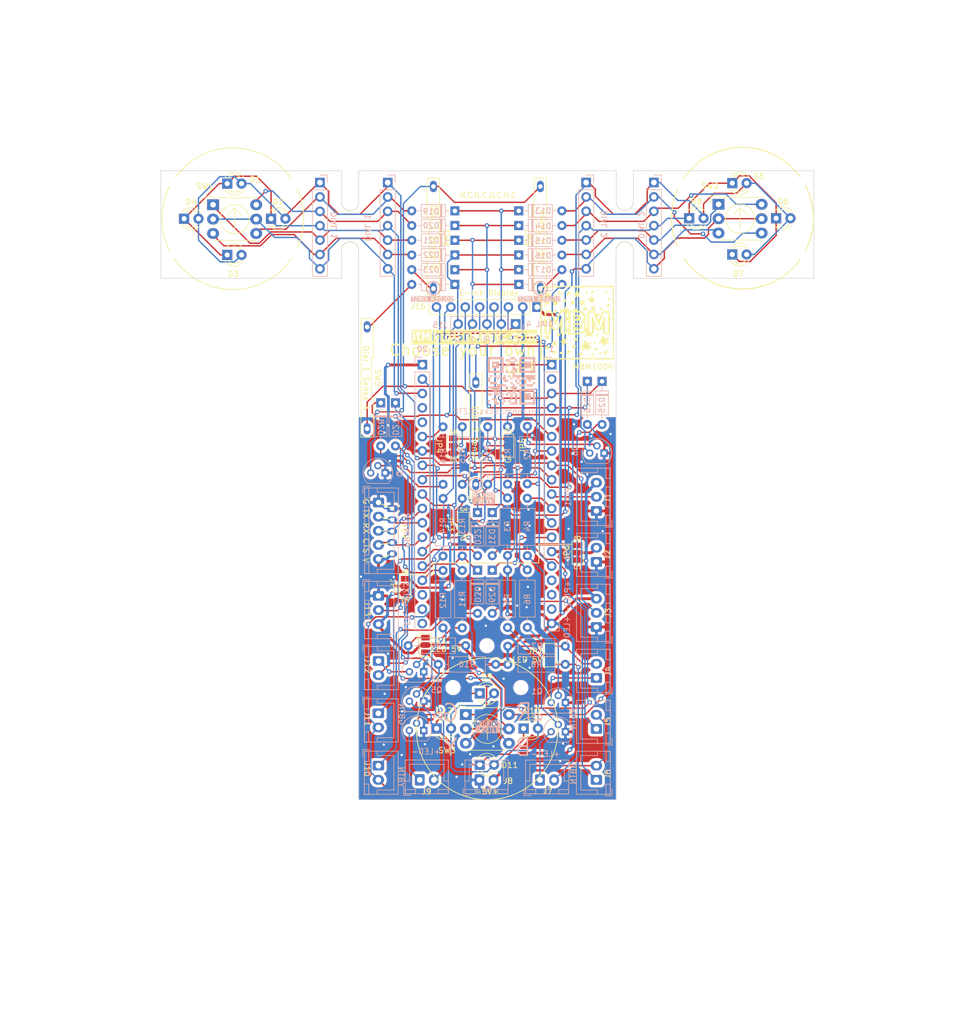
<source format=kicad_pcb>
(kicad_pcb (version 20221018) (generator pcbnew)
  (layers (0 "F.Cu" signal) (31 "B.Cu" signal) (34 "B.Paste" user) (35 "F.Paste" user) (36 "B.SilkS" user "B.Silkscreen") (37 "F.SilkS" user "F.Silkscreen") (38 "B.Mask" user) (39 "F.Mask" user) (44 "Edge.Cuts" user))
  (net 0 "")
  (net 1 "D1GND")
  (net 2 "LED+")
  (net 3 "SEL1")
  (net 4 "D1C")
  (net 5 "SEL4")
  (net 6 "SEL8")
  (net 7 "SEL2")
  (net 8 "D2C")
  (net 9 "D2GND")
  (net 10 "D3C")
  (net 11 "D3GND")
  (net 12 "3v3")
  (net 13 "EN")
  (net 14 "5V")
  (net 15 "GND")
  (net 16 "TX0")
  (net 17 "RX0")
  (net 18 "RDL-")
  (net 19 "BLL-")
  (net 20 "YWL-")
  (net 21 "GNL-")
  (net 22 "RLED")
  (net 23 "BLED")
  (net 24 "YLED")
  (net 25 "GLED")
  (net 26 "D3LED")
  (net 27 "D1LED")
  (net 28 "D2LED")
  (net 29 "NEO1")
  (net 30 "NEO2")
  (net 31 "NEO3")
  (net 32 "D3SEN")
  (net 33 "D4C")
  (net 34 "DSC")
  (net 35 "TX2")
  (net 36 "RX2")
  (net 37 "BTNC")
  (net 38 "JUMP")
  (footprint "LED_THT:LED_D3.0mm" (layer "F.Cu") (at 189.004505 45.112)
    (fp_text reference "D5")
    (fp_text value "LED_D3.0mm")
  )
  (footprint "MountingHole:MountingHole_2.2mm_M2" (layer "F.Cu") (at 151.659011 134.225)
    (fp_text reference "REF**" hide)
    (fp_text value "MountingHole_2.2mm_M2")
  )
  (footprint "MountingHole:MountingHole_2.2mm_M2" (layer "F.Cu") (at 90.509253 57.412)
    (fp_text reference "REF**" hide)
    (fp_text value "MountingHole_2.2mm_M2")
  )
  (footprint "Jumper:SolderJumper-3_P1.3mm_Bridged12_Pad1.0x1.5mm_NumberLabels" (layer "F.Cu") (at 149.4 91.5 90)
    (fp_text reference "JP5")
    (fp_text value "SolderJumper-3_P1.3mm_Bridged12_Pad1.0x1.5mm_NumberLabels")
  )
  (footprint "Jumper:SolderJumper-3_P1.3mm_Bridged12_Pad1.0x1.5mm_NumberLabels" (layer "F.Cu") (at 131.2 116.3 90)
    (fp_text reference "JP7")
    (fp_text value "SolderJumper-3_P1.3mm_Bridged12_Pad1.0x1.5mm_NumberLabels")
  )
  (footprint "MountingHole:MountingHole_2.2mm_M2" (layer "F.Cu") (at 90.509253 45.212)
    (fp_text reference "REF**" hide)
    (fp_text value "MountingHole_2.2mm_M2")
  )
  (footprint "Library:My MouseBite" (layer "F.Cu") (at 121.48 53.985 90)
    (fp_text reference "mouse-bite-3mm-slot" hide)
    (fp_text value "VAL**" hide)
  )
  (footprint "MountingHole:MountingHole_2.2mm_M2" (layer "F.Cu") (at 125.659011 65.2)
    (fp_text reference "REF**" hide)
    (fp_text value "MountingHole_2.2mm_M2")
  )
  (footprint "MountingHole:MountingHole_2.2mm_M2" (layer "F.Cu") (at 179.80877 57.412)
    (fp_text reference "REF**" hide)
    (fp_text value "MountingHole_2.2mm_M2")
  )
  (footprint "MountingHole:MountingHole_2.2mm_M2" (layer "F.Cu") (at 111.509253 45.212)
    (fp_text reference "REF**" hide)
    (fp_text value "MountingHole_2.2mm_M2")
  )
  (footprint "MountingHole:MountingHole_2.2mm_M2" (layer "F.Cu") (at 151.659011 45.225)
    (fp_text reference "REF**" hide)
    (fp_text value "MountingHole_2.2mm_M2")
  )
  (footprint "Button_Switch_THT:Nidec_Copal_SH-7010C" (layer "F.Cu") (at 97.276753 48.9245)
    (fp_text reference "SW1")
    (fp_text value "Nidec_Copal_SH-7010C")
  )
  (footprint "MountingHole:MountingHole_2.2mm_M2" (layer "F.Cu") (at 145.659011 126.825)
    (fp_text reference "REF**" hide)
    (fp_text value "MountingHole_2.2mm_M2")
  )
  (footprint "Library:Magnetic Reed Switch" (layer "F.Cu") (at 143.7 89.325 180)
    (fp_text reference "SW8")
    (fp_text value "Magnetic Reed Switch")
  )
  (footprint "LED_THT:LED_D3.0mm" (layer "F.Cu") (at 144.384011 147.85)
    (fp_text reference "D11")
    (fp_text value "LED_D3.0mm")
  )
  (footprint "Library:MBM Logo" (layer "F.Cu") (at 161.5 70)
    (fp_text reference "MBM|004")
    (fp_text value "MBM Logo" hide)
  )
  (footprint "Jumper:SolderJumper-3_P1.3mm_Open_Pad1.0x1.5mm" (layer "F.Cu") (at 134.8 126.7 -90)
    (fp_text reference "JP1")
    (fp_text value "SolderJumper-3_P1.3mm_Open_Pad1.0x1.5mm")
  )
  (footprint "LED_THT:LED_D3.0mm" (layer "F.Cu") (at 107.52 51.387)
    (fp_text reference "D2")
    (fp_text value "LED_D3.0mm")
  )
  (footprint "Jumper:SolderJumper-3_P1.3mm_Bridged12_Pad1.0x1.5mm_NumberLabels" (layer "F.Cu") (at 161.69 110.39 90)
    (fp_text reference "JP6")
    (fp_text value "SolderJumper-3_P1.3mm_Bridged12_Pad1.0x1.5mm_NumberLabels")
  )
  (footprint "LED_THT:LED_D3.0mm" (layer "F.Cu") (at 196.755494 51.312)
    (fp_text reference "D6")
    (fp_text value "LED_D3.0mm")
  )
  (footprint "Library:My MouseBite" (layer "F.Cu") (at 170 53.975 90)
    (fp_text reference "mouse-bite-3mm-slot" hide)
    (fp_text value "VAL**" hide)
  )
  (footprint "LED_THT:LED_D3.0mm" (layer "F.Cu") (at 152.135 141.45)
    (fp_text reference "D10")
    (fp_text value "LED_D3.0mm")
  )
  (footprint "Jumper:SolderJumper-3_P1.3mm_Bridged12_Pad1.0x1.5mm_NumberLabels" (layer "F.Cu") (at 139.7 91.5 90)
    (fp_text reference "JP4")
    (fp_text value "")
  )
  (footprint "Button_Switch_THT:Nidec_Copal_SH-7010C" (layer "F.Cu") (at 186.57627 48.8495)
    (fp_text reference "SW2")
    (fp_text value "Nidec_Copal_SH-7010C")
  )
  (footprint "MountingHole:MountingHole_2.2mm_M2" (layer "F.Cu") (at 139.659011 45.225)
    (fp_text reference "REF**" hide)
    (fp_text value "MountingHole_2.2mm_M2")
  )
  (footprint "LED_THT:LED_D3.0mm" (layer "F.Cu") (at 99.769011 45.187)
    (fp_text reference "D1")
    (fp_text value "LED_D3.0mm")
  )
  (footprint "MountingHole:MountingHole_2.2mm_M2" (layer "F.Cu") (at 179.80877 45.212)
    (fp_text reference "REF**" hide)
    (fp_text value "MountingHole_2.2mm_M2")
  )
  (footprint "LED_THT:LED_D3.0mm" (layer "F.Cu") (at 99.769011 57.787)
    (fp_text reference "D3")
    (fp_text value "LED_D3.0mm")
  )
  (footprint "Jumper:SolderJumper-3_P1.3mm_Bridged12_Pad1.0x1.5mm_NumberLabels" (layer "F.Cu") (at 141.5 105.3 90)
    (fp_text reference "JP3")
    (fp_text value "")
  )
  (footprint "MountingHole:MountingHole_2.2mm_M2" (layer "F.Cu") (at 200.80877 45.212)
    (fp_text reference "REF**" hide)
    (fp_text value "MountingHole_2.2mm_M2")
  )
  (footprint "MountingHole:MountingHole_2.2mm_M2" (layer "F.Cu") (at 139.659011 134.225)
    (fp_text reference "REF**" hide)
    (fp_text value "MountingHole_2.2mm_M2")
  )
  (footprint "MountingHole:MountingHole_2.2mm_M2" (layer "F.Cu") (at 111.509253 57.412)
    (fp_text reference "REF**" hide)
    (fp_text value "MountingHole_2.2mm_M2")
  )
  (footprint "LED_THT:LED_D3.0mm" (layer "F.Cu") (at 144.384011 135.25)
    (fp_text reference "D9")
    (fp_text value "LED_D3.0mm")
  )
  (footprint "Jumper:SolderJumper-3_P1.3mm_Open_Pad1.0x1.5mm" (layer "F.Cu") (at 156.7 128.5 90)
    (fp_text reference "JP2")
    (fp_text value "SolderJumper-3_P1.3mm_Open_Pad1.0x1.5mm")
  )
  (footprint "Button_Switch_THT:Nidec_Copal_SH-7010C" (layer "F.Cu") (at 141.926511 138.9875)
    (fp_text reference "SW3")
    (fp_text value "Nidec_Copal_SH-7010C")
  )
  (footprint "MountingHole:MountingHole_2.2mm_M2" (layer "F.Cu") (at 165.659011 65.2)
    (fp_text reference "REF**" hide)
    (fp_text value "MountingHole_2.2mm_M2")
  )
  (footprint "Library:Magnetic Reed Switch" (layer "F.Cu") (at 136.2 54.7)
    (fp_text reference "SW6")
    (fp_text value "Magnetic Reed Switch")
  )
  (footprint "Library:Magnetic Reed Switch" (layer "F.Cu") (at 124.5 79.5 180)
    (fp_text reference "SW5")
    (fp_text value "Magnetic Reed Switch" hide)
  )
  (footprint "Library:Magnetic Reed Switch" (layer "F.Cu") (at 155.1 54.7)
    (fp_text reference "SW7")
    (fp_text value "Magnetic Reed Switch")
  )
  (footprint "LED_THT:LED_D3.0mm" (layer "F.Cu") (at 92.16 51.387)
    (fp_text reference "D4")
    (fp_text value "LED_D3.0mm")
  )
  (footprint "LED_THT:LED_D3.0mm" (layer "F.Cu") (at 136.775 141.45)
    (fp_text reference "D12")
    (fp_text value "LED_D3.0mm")
  )
  (footprint "LED_THT:LED_D3.0mm" (layer "F.Cu") (at 181.395494 51.312)
    (fp_text reference "D8")
    (fp_text value "LED_D3.0mm")
  )
  (footprint "LED_THT:LED_D3.0mm" (layer "F.Cu") (at 189.004505 57.712)
    (fp_text reference "D7")
    (fp_text value "LED_D3.0mm")
  )
  (footprint "MountingHole:MountingHole_2.2mm_M2" (layer "F.Cu") (at 200.80877 57.412)
    (fp_text reference "REF**" hide)
    (fp_text value "MountingHole_2.2mm_M2")
  )
  (footprint "Connector_PinHeader_2.54mm:PinHeader_1x08_P2.54mm_Vertical" (layer "F.Cu") (at 154.534011 67 -90)
    (fp_text reference "J16")
    (fp_text value "PinHeader_1x08_P2.54mm_Vertical")
  )
  (footprint "Diode_THT:D_DO-35_SOD27_P7.62mm_Horizontal" (layer "B.Cu") (at 140 55.2 180)
    (fp_text reference "D21")
    (fp_text value "D_DO-35_SOD27_P7.62mm_Horizontal")
  )
  (footprint "Connector_JST:JST_XH_B2B-XH-A_1x02_P2.50mm_Vertical" (layer "B.Cu") (at 165 150.525 90)
    (fp_text reference "J6")
    (fp_text value "JST_XH_B2B-XH-A_1x02_P2.50mm_Vertical")
  )
  (footprint "Connector_JST:JST_PH_B5B-PH-K_1x05_P2.00mm_Vertical" (layer "B.Cu") (at 128.9 102.6 -90)
    (fp_text reference "J14" hide)
    (fp_text value "JST_PH_B5B-PH-K_1x05_P2.00mm_Vertical")
  )
  (footprint "Resistor_THT:R_Axial_DIN0207_L6.3mm_D2.5mm_P10.16mm_Horizontal" (layer "B.Cu") (at 159.5 126.925 180)
    (fp_text reference "R7")
    (fp_text value "R_Axial_DIN0207_L6.3mm_D2.5mm_P10.16mm_Horizontal")
  )
  (footprint "Diode_THT:D_DO-35_SOD27_P7.62mm_Horizontal" (layer "B.Cu") (at 144 113.49 -90)
    (fp_text reference "D30")
    (fp_text value "D_DO-35_SOD27_P7.62mm_Horizontal")
  )
  (footprint "Connector_PinHeader_2.54mm:PinHeader_1x05_P2.54mm_Vertical" (layer "B.Cu") (at 150.734011 70 90)
    (fp_text reference "J15")
    (fp_text value "PinHeader_1x05_P2.54mm_Vertical")
  )
  (footprint "Package_TO_SOT_THT:TO-92" (layer "B.Cu") (at 159.54 142.025 180)
    (fp_text reference "Q2")
    (fp_text value "TO-92")
  )
  (footprint "Package_TO_SOT_THT:TO-92" (layer "B.Cu") (at 127.67 96.295 180)
    (fp_text reference "Q7")
    (fp_text value "TO-92")
  )
  (footprint "Resistor_THT:R_Axial_DIN0207_L6.3mm_D2.5mm_P10.16mm_Horizontal" (layer "B.Cu") (at 149.3 100.725 -90)
    (fp_text reference "R3")
    (fp_text value "22")
  )
  (footprint "Connector_PinSocket_2.54mm:PinSocket_1x19_P2.54mm_Vertical" (layer "B.Cu") (at 157.1 77.185 180)
    (fp_text reference "1")
    (fp_text value "PinSocket_1x19_P2.54mm_Vertical")
  )
  (footprint "Connector_JST:JST_XH_B2B-XH-A_1x02_P2.50mm_Vertical" (layer "B.Cu") (at 133.784011 150.525)
    (fp_text reference "J9")
    (fp_text value "JST_XH_B2B-XH-A_1x02_P2.50mm_Vertical")
  )
  (footprint "Diode_THT:D_DO-35_SOD27_P7.62mm_Horizontal" (layer "B.Cu") (at 151.28 50)
    (fp_text reference "D13")
    (fp_text value "D_DO-35_SOD27_P7.62mm_Horizontal")
  )
  (footprint "Diode_THT:D_DO-35_SOD27_P7.62mm_Horizontal" (layer "B.Cu") (at 140 50 180)
    (fp_text reference "D19")
    (fp_text value "D_DO-35_SOD27_P7.62mm_Horizontal")
  )
  (footprint "Diode_THT:D_DO-35_SOD27_P7.62mm_Horizontal" (layer "B.Cu") (at 151.3 63)
    (fp_text reference "D18" hide)
    (fp_text value "D_DO-35_SOD27_P7.62mm_Horizontal")
  )
  (footprint "Resistor_THT:R_Axial_DIN0207_L6.3mm_D2.5mm_P10.16mm_Horizontal" (layer "B.Cu") (at 149.3 113.445 -90)
    (fp_text reference "R5")
    (fp_text value "22")
  )
  (footprint "Connector_JST:JST_XH_B2B-XH-A_1x02_P2.50mm_Vertical" (layer "B.Cu") (at 165 112.025 90)
    (fp_text reference "J2")
    (fp_text value "JST_XH_B2B-XH-A_1x02_P2.50mm_Vertical")
  )
  (footprint "Connector_PinHeader_2.54mm:PinHeader_1x07_P2.54mm_Vertical" (layer "B.Cu") (at 163.189011 45 180)
    (fp_text reference "DIAL 2")
    (fp_text value "PinHeader_1x07_P2.54mm_Vertical")
  )
  (footprint "Connector_JST:JST_XH_B5B-XH-A_1x05_P2.50mm_Vertical" (layer "B.Cu") (at 126.5 101.525 -90)
    (fp_text reference "J14")
    (fp_text value "JST_XH_B5B-XH-A_1x05_P2.50mm_Vertical")
  )
  (footprint "Package_TO_SOT_THT:TO-92" (layer "B.Cu") (at 159.54 136.885 180)
    (fp_text reference "Q1")
    (fp_text value "TO-92")
  )
  (footprint "Resistor_THT:R_Axial_DIN0207_L6.3mm_D2.5mm_P10.16mm_Horizontal" (layer "B.Cu") (at 149.3 88.125 -90)
    (fp_text reference "R1")
    (fp_text value "22")
  )
  (footprint "Resistor_THT:R_Axial_DIN0207_L6.3mm_D2.5mm_P10.16mm_Horizontal" (layer "B.Cu") (at 152.8 100.765 -90)
    (fp_text reference "R4")
    (fp_text value "1.7k")
  )
  (footprint "Package_TO_SOT_THT:TO-92" (layer "B.Cu") (at 166.37 92.795 180)
    (fp_text reference "Q6")
    (fp_text value "TO-92")
  )
  (footprint "Diode_THT:D_DO-35_SOD27_P7.62mm_Horizontal" (layer "B.Cu") (at 144 103.3 -90)
    (fp_text reference "D32")
    (fp_text value "D_DO-35_SOD27_P7.62mm_Horizontal")
  )
  (footprint "Package_TO_SOT_THT:TO-92" (layer "B.Cu") (at 134.5 131.425 180)
    (fp_text reference "Q3")
    (fp_text value "TO-92")
  )
  (footprint "Connector_JST:JST_XH_B3B-XH-A_1x03_P2.50mm_Vertical" (layer "B.Cu") (at 165 103.025 90)
    (fp_text reference "J1")
    (fp_text value "JST_XH_B3B-XH-A_1x03_P2.50mm_Vertical")
  )
  (footprint "Resistor_THT:R_Axial_DIN0207_L6.3mm_D2.5mm_P10.16mm_Horizontal" (layer "B.Cu") (at 141.3 100.825 -90)
    (fp_text reference "R13")
    (fp_text value "4.7k")
  )
  (footprint "Resistor_THT:R_Axial_DIN0207_L6.3mm_D2.5mm_P10.16mm_Horizontal" (layer "B.Cu") (at 137.9 113.525 -90)
    (fp_text reference "R12")
    (fp_text value "1.7k")
  )
  (footprint "Diode_THT:D_DO-35_SOD27_P7.62mm_Horizontal" (layer "B.Cu") (at 151.28 52.6)
    (fp_text reference "D14")
    (fp_text value "D_DO-35_SOD27_P7.62mm_Horizontal")
  )
  (footprint "Resistor_THT:R_Axial_DIN0207_L6.3mm_D2.5mm_P10.16mm_Horizontal" (layer "B.Cu") (at 152.8 113.425 -90)
    (fp_text reference "R6")
    (fp_text value "1.7k")
  )
  (footprint "Resistor_THT:R_Axial_DIN0207_L6.3mm_D2.5mm_P10.16mm_Horizontal" (layer "B.Cu") (at 141.3 113.525 -90)
    (fp_text reference "R11")
    (fp_text value "390")
  )
  (footprint "Resistor_THT:R_Axial_DIN0207_L6.3mm_D2.5mm_P10.16mm_Horizontal" (layer "B.Cu") (at 141.3 88.145 -90)
    (fp_text reference locked "R15")
    (fp_text value "4.7k")
  )
  (footprint "Diode_THT:D_DO-35_SOD27_P7.62mm_Horizontal" (layer "B.Cu") (at 151.28 57.8)
    (fp_text reference "D16")
    (fp_text value "D_DO-35_SOD27_P7.62mm_Horizontal")
  )
  (footprint "Connector_JST:JST_XH_B2B-XH-A_1x02_P2.50mm_Vertical" (layer "B.Cu") (at 165 141.525 90)
    (fp_text reference "J5")
    (fp_text value "JST_XH_B2B-XH-A_1x02_P2.50mm_Vertical")
  )
  (footprint "Resistor_THT:R_Axial_DIN0207_L6.3mm_D2.5mm_P10.16mm_Horizontal" (layer "B.Cu") (at 147.2 130.125 180)
    (fp_text reference "R10")
    (fp_text value "R_Axial_DIN0207_L6.3mm_D2.5mm_P10.16mm_Horizontal")
  )
  (footprint "Diode_THT:D_DO-35_SOD27_P7.62mm_Horizontal" (layer "B.Cu") (at 140 60.4 180)
    (fp_text reference "D23")
    (fp_text value "D_DO-35_SOD27_P7.62mm_Horizontal")
  )
  (footprint "Connector_JST:JST_XH_B2B-XH-A_1x02_P2.50mm_Vertical" (layer "B.Cu") (at 126.5 129.525 -90)
    (fp_text reference "J12")
    (fp_text value "JST_XH_B2B-XH-A_1x02_P2.50mm_Vertical")
  )
  (footprint "Resistor_THT:R_Axial_DIN0207_L6.3mm_D2.5mm_P10.16mm_Horizontal" (layer "B.Cu") (at 141.9 126.825 180)
    (fp_text reference "R9")
    (fp_text value "R_Axial_DIN0207_L6.3mm_D2.5mm_P10.16mm_Horizontal")
  )
  (footprint "Diode_THT:D_DO-35_SOD27_P7.62mm_Horizontal" (layer "B.Cu") (at 151.28 60.4)
    (fp_text reference "D17")
    (fp_text value "D_DO-35_SOD27_P7.62mm_Horizontal")
  )
  (footprint "Connector_JST:JST_XH_B2B-XH-A_1x02_P2.50mm_Vertical" (layer "B.Cu") (at 155.034011 150.55)
    (fp_text reference "J7")
    (fp_text value "JST_XH_B2B-XH-A_1x02_P2.50mm_Vertical")
  )
  (footprint "Diode_THT:D_DO-35_SOD27_P7.62mm_Horizontal" (layer "B.Cu") (at 163.4 80.125 -90)
    (fp_text reference "D26")
    (fp_text value "D_DO-35_SOD27_P7.62mm_Horizontal")
  )
  (footprint "Diode_THT:D_DO-35_SOD27_P7.62mm_Horizontal" (layer "B.Cu") (at 126.9 83.925 -90)
    (fp_text reference "D28")
    (fp_text value "D_DO-35_SOD27_P7.62mm_Horizontal")
  )
  (footprint "LOGO" (layer "B.Cu") (at 150 80.025 180)
    (fp_text reference "qr.mbm.rocks/EZTP")
    (fp_text value "LOGO" hide)
  )
  (footprint "Resistor_THT:R_Axial_DIN0207_L6.3mm_D2.5mm_P10.16mm_Horizontal" (layer "B.Cu") (at 145.8 88.145 -90)
    (fp_text reference "R17")
    (fp_text value "4.7k")
  )
  (footprint "Resistor_THT:R_Axial_DIN0207_L6.3mm_D2.5mm_P10.16mm_Horizontal" (layer "B.Cu") (at 137.9 100.825 -90)
    (fp_text reference "R14")
    (fp_text value "1.7k")
  )
  (footprint "Connector_PinSocket_2.54mm:PinSocket_1x19_P2.54mm_Vertical" (layer "B.Cu") (at 134.25 77.185 180)
    (fp_text reference "20")
    (fp_text value "PinSocket_1x19_P2.54mm_Vertical")
  )
  (footprint "Connector_JST:JST_XH_B3B-XH-A_1x03_P2.50mm_Vertical" (layer "B.Cu") (at 126.5 118.025 -90)
    (fp_text reference "J13")
    (fp_text value "JST_XH_B3B-XH-A_1x03_P2.50mm_Vertical")
  )
  (footprint "Connector_PinHeader_2.54mm:PinHeader_1x07_P2.54mm_Vertical" (layer "B.Cu") (at 116.159011 45.01 180)
    (fp_text reference "DIAL 1")
    (fp_text value "PinHeader_1x07_P2.54mm_Vertical")
  )
  (footprint "Connector_JST:JST_XH_B2B-XH-A_1x02_P2.50mm_Vertical" (layer "B.Cu") (at 165 132.525 90)
    (fp_text reference "J4")
    (fp_text value "JST_XH_B2B-XH-A_1x02_P2.50mm_Vertical")
  )
  (footprint "Diode_THT:D_DO-35_SOD27_P7.62mm_Horizontal" (layer "B.Cu") (at 151.28 55.2)
    (fp_text reference "D15")
    (fp_text value "D_DO-35_SOD27_P7.62mm_Horizontal")
  )
  (footprint "Resistor_THT:R_Axial_DIN0207_L6.3mm_D2.5mm_P10.16mm_Horizontal" (layer "B.Cu") (at 152.8 88.065 -90)
    (fp_text reference "R2")
    (fp_text value "390")
  )
  (footprint "Package_TO_SOT_THT:TO-92" (layer "B.Cu") (at 134.5 136.625 180)
    (fp_text reference "Q5")
    (fp_text value "TO-92")
  )
  (footprint "Diode_THT:D_DO-35_SOD27_P7.62mm_Horizontal" (layer "B.Cu") (at 146.6 103.3 -90)
    (fp_text reference "D31")
    (fp_text value "D_DO-35_SOD27_P7.62mm_Horizontal")
  )
  (footprint "Connector_PinHeader_2.54mm:PinHeader_1x07_P2.54mm_Vertical" (layer "B.Cu") (at 128.129011 45.01 180)
    (fp_text reference "DIAL 1")
    (fp_text value "PinHeader_1x07_P2.54mm_Vertical")
  )
  (footprint "Diode_THT:D_DO-35_SOD27_P7.62mm_Horizontal" (layer "B.Cu") (at 166 80.125 -90)
    (fp_text reference "D25")
    (fp_text value "D_DO-35_SOD27_P7.62mm_Horizontal")
  )
  (footprint "Connector_PinHeader_2.54mm:PinHeader_1x07_P2.54mm_Vertical" (layer "B.Cu") (at 175.159011 45 180)
    (fp_text reference "DIAL 2")
    (fp_text value "PinHeader_1x07_P2.54mm_Vertical")
  )
  (footprint "Resistor_THT:R_Axial_DIN0207_L6.3mm_D2.5mm_P10.16mm_Horizontal" (layer "B.Cu") (at 137.9 88.165 -90)
    (fp_text reference "R16")
    (fp_text value "390")
  )
  (footprint "Connector_JST:JST_XH_B3B-XH-A_1x03_P2.50mm_Vertical" (layer "B.Cu") (at 165 123.525 90)
    (fp_text reference "J3")
    (fp_text value "JST_XH_B3B-XH-A_1x03_P2.50mm_Vertical")
  )
  (footprint "Diode_THT:D_DO-35_SOD27_P7.62mm_Horizontal" (layer "B.Cu") (at 140 52.6 180)
    (fp_text reference "D20")
    (fp_text value "D_DO-35_SOD27_P7.62mm_Horizontal")
  )
  (footprint "Resistor_THT:R_Axial_DIN0207_L6.3mm_D2.5mm_P10.16mm_Horizontal" (layer "B.Cu") (at 159.5 130.125 180)
    (fp_text reference "R8")
    (fp_text value "R_Axial_DIN0207_L6.3mm_D2.5mm_P10.16mm_Horizontal")
  )
  (footprint "Diode_THT:D_DO-35_SOD27_P7.62mm_Horizontal" (layer "B.Cu") (at 140 63 180)
    (fp_text reference "D24" hide)
    (fp_text value "D_DO-35_SOD27_P7.62mm_Horizontal")
  )
  (footprint "Connector_JST:JST_XH_B2B-XH-A_1x02_P2.50mm_Vertical" (layer "B.Cu") (at 144.33 150.5375)
    (fp_text reference "J8")
    (fp_text value "JST_XH_B2B-XH-A_1x02_P2.50mm_Vertical")
  )
  (footprint "Connector_JST:JST_XH_B2B-XH-A_1x02_P2.50mm_Vertical" (layer "B.Cu") (at 126.475 138.775 -90)
    (fp_text reference "J11")
    (fp_text value "JST_XH_B2B-XH-A_1x02_P2.50mm_Vertical")
  )
  (footprint "Diode_THT:D_DO-35_SOD27_P7.62mm_Horizontal" (layer "B.Cu") (at 140 57.8 180)
    (fp_text reference "D22")
    (fp_text value "D_DO-35_SOD27_P7.62mm_Horizontal")
  )
  (footprint "Diode_THT:D_DO-35_SOD27_P7.62mm_Horizontal" (layer "B.Cu") (at 129.5 83.925 -90)
    (fp_text reference "D27")
    (fp_text value "D_DO-35_SOD27_P7.62mm_Horizontal")
  )
  (footprint "Diode_THT:D_DO-35_SOD27_P7.62mm_Horizontal" (layer "B.Cu") (at 146.6 113.49 -90)
    (fp_text reference "D29")
    (fp_text value "D_DO-35_SOD27_P7.62mm_Horizontal")
  )
  (footprint "Package_TO_SOT_THT:TO-92" (layer "B.Cu") (at 134.5 141.795 180)
    (fp_text reference "Q4")
    (fp_text value "TO-92")
  )
  (footprint "Connector_JST:JST_XH_B2B-XH-A_1x02_P2.50mm_Vertical" (layer "B.Cu") (at 126.475 148.025 -90)
    (fp_text reference "J10")
    (fp_text value "JST_XH_B2B-XH-A_1x02_P2.50mm_Vertical")
  )
  (gr_circle (center 155.1 63.7) (end 156.316553 63.7) (stroke (width 0.2)) (fill none) (layer "B.SilkS"))
  (gr_circle (center 143.7 98.341553) (end 144.916553 98.341553) (stroke (width 0.2)) (fill none) (layer "B.SilkS"))
  (gr_circle (center 136.2 63.7) (end 137.416553 63.7) (stroke (width 0.2)) (fill none) (layer "B.SilkS"))
  (gr_line (start 136.22 114.28) (end 136.22 112.21) (stroke (width 0.15)) (layer "F.SilkS"))
  (gr_line (start 126.5 111.5) (end 128.9 110.6) (stroke (width 0.15)) (layer "F.SilkS"))
  (gr_line (start 154.81 112.2) (end 154.81 108.91) (stroke (width 0.15)) (layer "F.SilkS"))
  (gr_line (start 126.5 101.6) (end 128.9 102.6) (stroke (width 0.15)) (layer "F.SilkS"))
  (gr_line (start 136.22 112.21) (end 154.81 112.2) (stroke (width 0.15)) (layer "F.SilkS"))
  (gr_circle (center 145.7 141.5275) (end 158.21599 141.5275) (stroke (width 0.15)) (fill none) (layer "F.SilkS"))
  (gr_circle (center 190.8 51.312) (end 199.7 60.112) (stroke (width 0.15)) (fill none) (layer "F.SilkS"))
  (gr_line (start 126.5 109) (end 128.9 108.6) (stroke (width 0.15)) (layer "F.SilkS"))
  (gr_line (start 126.5 104) (end 128.9 104.6) (stroke (width 0.15)) (layer "F.SilkS"))
  (gr_line (start 126.5 106.5) (end 128.9 106.6) (stroke (width 0.15)) (layer "F.SilkS"))
  (gr_line (start 132.2 114.28) (end 136.22 114.28) (stroke (width 0.15)) (layer "F.SilkS"))
  (gr_line (start 154.81 108.91) (end 160.67 108.91) (stroke (width 0.15)) (layer "F.SilkS"))
  (gr_circle (center 190.825 51.287) (end 199.725 60.087) (stroke (width 0.15)) (fill none) (layer "F.SilkS"))
  (gr_circle (center 100.752 51.387) (end 109.652 60.187) (stroke (width 0.15)) (fill none) (layer "F.SilkS"))
  (gr_line (start 168.5 154.025) (end 168.48 56.97) (stroke (width 0.1)) (layer "Edge.Cuts"))
  (gr_line (start 171.54 42.91) (end 203.420989 42.91) (stroke (width 0.1)) (layer "Edge.Cuts"))
  (gr_line (start 123.02 48.45) (end 123.02 42.91) (stroke (width 0.1)) (layer "Edge.Cuts"))
  (gr_line (start 119.96 56.98) (end 119.96 61.93) (stroke (width 0.1)) (layer "Edge.Cuts"))
  (gr_arc (start 119.96 56.98) (mid 121.48 55.46) (end 123 56.98) (stroke (width 0.1)) (layer "Edge.Cuts"))
  (gr_line (start 122.99 154.025) (end 168.5 154.025) (stroke (width 0.1)) (layer "Edge.Cuts"))
  (gr_line (start 123.02 42.91) (end 168.5 42.91) (stroke (width 0.1)) (layer "Edge.Cuts"))
  (gr_line (start 88.048989 61.93) (end 88.048989 42.91) (stroke (width 0.1)) (layer "Edge.Cuts"))
  (gr_line (start 122.99 154.025) (end 123 56.98) (stroke (width 0.1)) (layer "Edge.Cuts"))
  (gr_line (start 171.54 48.44) (end 171.54 42.91) (stroke (width 0.1)) (layer "Edge.Cuts"))
  (gr_line (start 203.420989 42.91) (end 203.430989 61.927) (stroke (width 0.1)) (layer "Edge.Cuts"))
  (gr_line (start 88.048989 42.91) (end 119.98 42.91) (stroke (width 0.1)) (layer "Edge.Cuts"))
  (gr_line (start 168.5 48.44) (end 168.5 42.91) (stroke (width 0.1)) (layer "Edge.Cuts"))
  (gr_arc (start 171.54 48.44) (mid 170.02 49.96) (end 168.5 48.44) (stroke (width 0.1)) (layer "Edge.Cuts"))
  (gr_arc (start 123.02 48.45) (mid 121.5 49.97) (end 119.98 48.45) (stroke (width 0.1)) (layer "Edge.Cuts"))
  (gr_arc (start 168.48 56.97) (mid 170 55.45) (end 171.52 56.97) (stroke (width 0.1)) (layer "Edge.Cuts"))
  (gr_line (start 171.52 56.97) (end 171.52 61.93) (stroke (width 0.1)) (layer "Edge.Cuts"))
  (gr_line (start 203.430989 61.927) (end 171.52 61.93) (stroke (width 0.1)) (layer "Edge.Cuts"))
  (gr_line (start 119.96 61.93) (end 88.048989 61.93) (stroke (width 0.1)) (layer "Edge.Cuts"))
  (gr_line (start 119.98 48.45) (end 119.98 42.91) (stroke (width 0.1)) (layer "Edge.Cuts"))
  (gr_text "B" (at 153.7 146.525) (layer "B.SilkS") (effects (font (size 3 3) (thickness 0.3) bold) (justify left bottom mirror)))
  (gr_text "R" (at 153.9 140.325) (layer "B.SilkS") (effects (font (size 3 3) (thickness 0.3) bold) (justify left bottom mirror)))
  (gr_text "G" (at 140.9 140.425) (layer "B.SilkS") (effects (font (size 3 3) (thickness 0.3) bold) (justify left bottom mirror)))
  (gr_text "SOLDER\nFIRST" (at 145.1 101.8) (layer "B.SilkS" knockout) (effects (font (size 0.7 0.7) (thickness 0.14) bold) (justify bottom mirror)))
  (gr_text "C 2 8 1 4" (at 151.6 73.8) (layer "B.SilkS") (effects (font (size 1.5 1.5) (thickness 0.1)) (justify left bottom mirror)))
  (gr_text "SOLDER\nFIRST" (at 145.8 142.225) (layer "B.SilkS" knockout) (effects (font (size 0.75 0.75) (thickness 0.15) bold) (justify bottom mirror)))
  (gr_text "Y" (at 140.7 146.525) (layer "B.SilkS") (effects (font (size 3 3) (thickness 0.3) bold) (justify left bottom mirror)))
  (gr_text "SOLDER FIRST" (at 158.7 66) (layer "B.SilkS" knockout) (effects (font (size 0.7 0.7) (thickness 0.14) bold) (justify left bottom mirror)))
  (gr_text "SOLDER FIRST" (at 139.8 66) (layer "B.SilkS" knockout) (effects (font (size 0.7 0.7) (thickness 0.14) bold) (justify left bottom mirror)))
  (gr_text "itMightBeMagic.com" (at 132.2 73) (layer "F.SilkS" knockout) (effects (font (size 1.5 1.5) (thickness 0.3) bold) (justify left bottom)))
  (gr_text "Choose your own\nGPT" (at 154.5 79) (layer "F.SilkS") (effects (font (size 2 2) (thickness 0.25)) (justify right bottom)))
  (gr_text "JLCJLCJLCJLC" (at 140.5 47.8) (layer "F.SilkS") (effects (font (size 1 1)) (justify left bottom)))
  (gr_text "-5V+" (at 145.659011 152.6) (layer "F.SilkS") (effects (font (size 1 1))))
  (segment (start 101.069011 43.887) (end 99.769011 45.187) (width 0.25) (layer "F.Cu") (net 1))
  (segment (start 104.96 43.887) (end 101.069011 43.887) (width 0.25) (layer "F.Cu") (net 1))
  (segment (start 107.52 51.387) (end 107.52 46.447) (width 0.25) (layer "F.Cu") (net 1))
  (segment (start 130.327001 85.525) (end 130.620129 85.231872) (width 0.25) (layer "F.Cu") (net 1))
  (segment (start 126.3 85.525) (end 130.327001 85.525) (width 0.25) (layer "F.Cu") (net 1))
  (segment (start 98.56 57.787) (end 99.769011 57.787) (width 0.25) (layer "F.Cu") (net 1))
  (segment (start 92.16 51.387) (end 98.56 57.787) (width 0.25) (layer "F.Cu") (net 1))
  (segment (start 107.52 46.447) (end 104.96 43.887) (width 0.25) (layer "F.Cu") (net 1))
  (segment (start 98.36 45.187) (end 92.16 51.387) (width 0.25) (layer "F.Cu") (net 1))
  (segment (start 99.769011 45.187) (end 98.36 45.187) (width 0.25) (layer "F.Cu") (net 1))
  (via (at 130.620129 85.231872) (size 0.8) (drill 0.4) (layers "F.Cu" "B.Cu") (net 1))
  (via (at 126.3 85.525) (size 0.8) (drill 0.4) (layers "F.Cu" "B.Cu") (net 1))
  (segment (start 116.159011 52.63) (end 116.999011 53.47) (width 0.25) (layer "B.Cu") (net 1))
  (segment (start 130.620129 85.231872) (end 130.9 84.952001) (width 0.25) (layer "B.Cu") (net 1))
  (segment (start 126.3 85.525) (end 126 85.825) (width 0.25) (layer "B.Cu") (net 1))
  (segment (start 107.227989 51.387) (end 108.470989 52.63) (width 0.25) (layer "B.Cu") (net 1))
  (segment (start 130 81.536396) (end 130 54.500989) (width 0.25) (layer "B.Cu") (net 1))
  (segment (start 127.289011 53.47) (end 128.129011 52.63) (width 0.25) (layer "B.Cu") (net 1))
  (segment (start 126 85.825) (end 126 90.177005) (width 0.25) (layer "B.Cu") (net 1))
  (segment (start 116.999011 53.47) (end 127.289011 53.47) (width 0.25) (layer "B.Cu") (net 1))
  (segment (start 108.470989 52.63) (end 116.159011 52.63) (width 0.25) (layer "B.Cu") (net 1))
  (segment (start 130 54.500989) (end 128.129011 52.63) (width 0.25) (layer "B.Cu") (net 1))
  (segment (start 130.9 82.436396) (end 130 81.536396) (width 0.25) (layer "B.Cu") (net 1))
  (segment (start 125.13 91.047005) (end 125.13 96.295) (width 0.25) (layer "B.Cu") (net 1))
  (segment (start 130.9 84.952001) (end 130.9 82.436396) (width 0.25) (layer "B.Cu") (net 1))
  (segment (start 130.620129 85.231872) (end 130.620129 85.244129) (width 0.25) (layer "B.Cu") (net 1))
  (segment (start 126 90.177005) (end 125.13 91.047005) (width 0.25) (layer "B.Cu") (net 1))
  (segment (start 137.04 130.125) (end 134.915 128) (width 0.25) (layer "F.Cu") (net 2))
  (segment (start 161.325 130.125) (end 159.5 130.125) (width 0.25) (layer "F.Cu") (net 2))
  (segment (start 137.349305 94.9) (end 140.775195 94.9) (width 0.25) (layer "F.Cu") (net 2))
  (segment (start 128.129011 45.01) (end 128.129011 45.719872) (width 0.25) (layer "F.Cu") (net 2))
  (segment (start 156.975 126.925) (end 156.7 127.2) (width 0.25) (layer "F.Cu") (net 2))
  (segment (start 140.775195 94.9) (end 142.475195 93.2) (width 0.25) (layer "F.Cu") (net 2))
  (segment (start 110.06 50.9) (end 110.06 51.387) (width 0.25) (layer "F.Cu") (net 2))
  (segment (start 183.935494 48.764506) (end 183.935494 51.312) (width 0.25) (layer "F.Cu") (net 2))
  (segment (start 175.159011 45) (end 173.984011 46.175) (width 0.25) (layer "F.Cu") (net 2))
  (segment (start 157.025 130.125) (end 156.7 129.8) (width 0.25) (layer "F.Cu") (net 2))
  (segment (start 161.5505 86.025) (end 149.725 86.025) (width 0.25) (layer "F.Cu") (net 2))
  (segment (start 165 130.025) (end 162.6 130.025) (width 0.25) (layer "F.Cu") (net 2))
  (segment (start 119.475 50.61) (end 117.7 48.835) (width 0.25) (layer "F.Cu") (net 2))
  (segment (start 145.5745 93.2) (end 146.2 93.8255) (width 0.25) (layer "F.Cu") (net 2))
  (segment (start 134.915 128) (end 134.8 128) (width 0.25) (layer "F.Cu") (net 2))
  (segment (start 126.5 132.025) (end 126.54 132.025) (width 0.25) (layer "F.Cu") (net 2))
  (segment (start 161.8 130.6) (end 161.325 130.125) (width 0.25) (layer "F.Cu") (net 2))
  (segment (start 147.975 99.4) (end 149.3 100.725) (width 0.25) (layer "F.Cu") (net 2))
  (segment (start 128.129011 45.719872) (end 123.238883 50.61) (width 0.25) (layer "F.Cu") (net 2))
  (segment (start 154.675 141.45) (end 154.6 141.375) (width 0.25) (layer "F.Cu") (net 2))
  (segment (start 173.984011 46.175) (end 173.984011 48.374872) (width 0.25) (layer "F.Cu") (net 2))
  (segment (start 117.7 46.550989) (end 116.159011 45.01) (width 0.25) (layer "F.Cu") (net 2))
  (segment (start 167.995 50.6) (end 164.815 47.42) (width 0.25) (layer "F.Cu") (net 2))
  (segment (start 131.3 129.76955) (end 131.16955 129.9) (width 0.25) (layer "F.Cu") (net 2))
  (segment (start 117.7 48.835) (end 117.7 46.550989) (width 0.25) (layer "F.Cu") (net 2))
  (segment (start 159.5 130.125) (end 157.025 130.125) (width 0.25) (layer "F.Cu") (net 2))
  (segment (start 173.984011 48.374872) (end 171.758883 50.6) (width 0.25) (layer "F.Cu") (net 2))
  (segment (start 147.2 99.4) (end 147.975 99.4) (width 0.25) (layer "F.Cu") (net 2))
  (segment (start 128.625 129.9) (end 126.5 132.025) (width 0.25) (layer "F.Cu") (net 2))
  (segment (start 149.725 86.025) (end 149.7 86) (width 0.25) (layer "F.Cu") (net 2))
  (segment (start 142.475195 93.2) (end 145.5745 93.2) (width 0.25) (layer "F.Cu") (net 2))
  (segment (start 136.149305 93.7) (end 137.349305 94.9) (width 0.25) (layer "F.Cu") (net 2))
  (segment (start 116.159011 45.01) (end 115.95 45.01) (width 0.25) (layer "F.Cu") (net 2))
  (segment (start 134.8 125.4) (end 133.165 125.4) (width 0.25) (layer "F.Cu") (net 2))
  (segment (start 171.758883 50.6) (end 167.995 50.6) (width 0.25) (layer "F.Cu") (net 2))
  (segment (start 133.354066 93.7) (end 136.149305 93.7) (width 0.25) (layer "F.Cu") (net 2))
  (segment (start 159.5 126.925) (end 156.975 126.925) (width 0.25) (layer "F.Cu") (net 2))
  (segment (start 191.544505 45.112) (end 189.739505 46.917) (width 0.25) (layer "F.Cu") (net 2))
  (segment (start 131.16955 129.9) (end 128.625 129.9) (width 0.25) (layer "F.Cu") (net 2))
  (segment (start 115.95 45.01) (end 110.06 50.9) (width 0.25) (layer "F.Cu") (net 2))
  (segment (start 164.815 47.42) (end 164.815 46.175) (width 0.25) (layer "F.Cu") (net 2))
  (segment (start 133.165 125.4) (end 131.74 126.825) (width 0.25) (layer "F.Cu") (net 2))
  (segment (start 159.5 130.125) (end 159.025 130.6) (width 0.25) (layer "F.Cu") (net 2))
  (segment (start 123.238883 50.61) (end 119.475 50.61) (width 0.25) (layer "F.Cu") (net 2))
  (segment (start 164.815 46.175) (end 163.64 45) (width 0.25) (layer "F.Cu") (net 2))
  (segment (start 162.6 130.025) (end 159.5 126.925) (width 0.25) (layer "F.Cu") (net 2))
  (segment (start 189.739505 46.917) (end 185.783 46.917) (width 0.25) (layer "F.Cu") (net 2))
  (segment (start 133.345516 93.69145) (end 133.354066 93.7) (width 0.25) (layer "F.Cu") (net 2))
  (segment (start 185.783 46.917) (end 183.935494 48.764506) (width 0.25) (layer "F.Cu") (net 2))
  (via (at 133.345516 93.69145) (size 0.8) (drill 0.4) (layers "F.Cu" "B.Cu") (net 2))
  (via (at 146.2 93.8255) (size 0.8) (drill 0.4) (layers "F.Cu" "B.Cu") (net 2))
  (via (at 161.8 130.6) (size 0.8) (drill 0.4) (layers "F.Cu" "B.Cu") (net 2))
  (via (at 161.5505 86.025) (size 0.8) (drill 0.4) (layers "F.Cu" "B.Cu") (net 2))
  (via (at 131.3 129.76955) (size 0.8) (drill 0.4) (layers "F.Cu" "B.Cu") (net 2))
  (via (at 149.7 86) (size 0.8) (drill 0.4) (layers "F.Cu" "B.Cu") (net 2))
  (via (at 147.2 99.4) (size 0.8) (drill 0.4) (layers "F.Cu" "B.Cu") (net 2))
  (segment (start 161.8 81.386396) (end 161.4 80.986396) (width 0.25) (layer "B.Cu") (net 2))
  (segment (start 154.675 141.45) (end 154.675 128.98) (width 0.25) (layer "B.Cu") (net 2))
  (segment (start 191.544505 57.712) (end 192.895494 57.712) (width 0.25) (layer "B.Cu") (net 2))
  (segment (start 154.675 143.325) (end 154.675 141.45) (width 0.25) (layer "B.Cu") (net 2))
  (segment (start 102.309011 45.187) (end 101.084011 43.962) (width 0.25) (layer "B.Cu") (net 2))
  (segment (start 179.413 48.177) (end 176.236 45) (width 0.25) (layer "B.Cu") (net 2))
  (segment (start 138 140.225) (end 136.55 138.775) (width 0.25) (layer "B.Cu") (net 2))
  (segment (start 101.084011 43.962) (end 98.485 43.962) (width 0.25) (layer "B.Cu") (net 2))
  (segment (start 147 99.2) (end 147.2 99.4) (width 0.25) (layer "B.Cu") (net 2))
  (segment (start 136.55 138.775) (end 136.55 132.538604) (width 0.25) (layer "B.Cu") (net 2))
  (segment (start 161.5505 86.025) (end 161.8 85.7755) (width 0.25) (layer "B.Cu") (net 2))
  (segment (start 146.924011 147.85) (end 149.431511 145.3425) (width 0.25) (layer "B.Cu") (net 2))
  (segment (start 184 50.856011) (end 181.320989 48.177) (width 0.25) (layer "B.Cu") (net 2))
  (segment (start 132.9 93.245934) (end 132.9 83.8) (width 0.25) (layer "B.Cu") (net 2))
  (segment (start 152.6575 145.3425) (end 154.675 143.325) (width 0.25) (layer "B.Cu") (net 2))
  (segment (start 147 94.6255) (end 147 99.2) (width 0.25) (layer "B.Cu") (net 2))
  (segment (start 161.4 80.986396) (end 161.4 60.625) (width 0.25) (layer "B.Cu") (net 2))
  (segment (start 149.3 86.4) (end 149.7 86) (width 0.25) (layer "B.Cu") (net 2))
  (segment (start 154.675 128.98) (end 149.3 123.605) (width 0.25) (layer "B.Cu") (net 2))
  (segment (start 103.86 45.187) (end 102.309011 45.187) (width 0.25) (layer "B.Cu") (net 2))
  (segment (start 136.284011 150.525) (end 138 148.809011) (width 0.25) (layer "B.Cu") (net 2))
  (segment (start 144.749011 137.425) (end 140.8 137.425) (width 0.25) (layer "B.Cu") (net 2))
  (segment (start 199.295494 51.312) (end 193.095494 45.112) (width 0.25) (layer "B.Cu") (net 2))
  (segment (start 140.075 149.075) (end 145.699011 149.075) (width 0.25) (layer "B.Cu") (net 2))
  (segment (start 101.084011 59.012) (end 102.309011 57.787) (width 0.25) (layer "B.Cu") (net 2))
  (segment (start 94.7 51.387) (end 94.7 55.167989) (width 0.25) (layer "B.Cu") (net 2))
  (segment (start 110.06 51.387) (end 103.86 45.187) (width 0.25) (layer "B.Cu") (net 2))
  (segment (start 140.8 137.425) (end 139.315 138.91) (width 0.25) (layer "B.Cu") (net 2))
  (segment (start 145.699011 149.075) (end 146.924011 147.85) (width 0.25) (layer "B.Cu") (net 2))
  (segment (start 139.315 148.315) (end 140.075 149.075) (width 0.25) (layer "B.Cu") (net 2))
  (segment (start 98.544011 59.012) (end 101.084011 59.012) (width 0.25) (layer "B.Cu") (net 2))
  (segment (start 161.8 146.284011) (end 157.534011 150.55) (width 0.25) (layer "B.Cu") (net 2))
  (segment (start 131.74 129.32955) (end 131.74 126.825) (width 0.25) (layer "B.Cu") (net 2))
  (segment (start 149.3 88.125) (end 149.3 86.4) (width 0.25) (layer "B.Cu") (net 2))
  (segment (start 133.345516 93.69145) (end 132.9 93.245934) (width 0.25) (layer "B.Cu") (net 2))
  (segment (start 181.320989 48.177) (end 179.413 48.177) (width 0.25) (layer "B.Cu") (net 2))
  (segment (start 137.2 130.285) (end 137.04 130.125) (width 0.25) (layer "B.Cu") (net 2))
  (segment (start 157.25 150.55) (end 157.534011 150.55) (width 0.25) (layer "B.Cu") (net 2))
  (segment (start 163.64 45) (end 161.4 47.24) (width 0.25) (layer "B.Cu") (net 2))
  (segment (start 94.7 47.747) (end 94.7 51.387) (width 0.25) (layer "B.Cu") (net 2))
  (segment (start 130.45 47.330989) (end 128.129011 45.01) (width 0.25) (layer "B.Cu") (net 2))
  (segment (start 184 51.312) (end 184 50.856011) (width 0.25) (layer "B.Cu") (net 2))
  (segment (start 130.45 81.35) (end 130.45 47.330989) (width 0.25) (layer "B.Cu") (net 2))
  (segment (start 146.2 93.8255) (end 147 94.6255) (width 0.25) (layer "B.Cu") (net 2))
  (segment (start 136 150.525) (end 136.284011 150.525) (width 0.25) (layer "B.Cu") (net 2))
  (segment (start 161.8 130.6) (end 161.8 146.284011) (width 0.25) (layer "B.Cu") (net 2))
  (segment (start 161.8 85.7755) (end 161.8 81.386396) (width 0.25) (layer "B.Cu") (net 2))
  (segment (start 139.315 141.45) (end 139.315 148.315) (width 0.25) (layer "B.Cu") (net 2))
  (segment (start 137.2 131.888604) (end 137.2 130.285) (width 0.25) (layer "B.Cu") (net 2))
  (segment (start 161.4 47.24) (end 161.4 65.6) (width 0.25) (layer "B.Cu") (net 2))
  (segment (start 138 148.809011) (end 138 140.225) (width 0.25) (layer "B.Cu") (net 2))
  (segment (start 109.767989 51.387) (end 109.567989 51.387) (width 0.25) (layer "B.Cu") (net 2))
  (segment (start 98.485 43.962) (end 94.7 47.747) (width 0.25) (layer "B.Cu") (net 2))
  (segment (start 94.7 55.167989) (end 98.544011 59.012) (width 0.25) (layer "B.Cu") (net 2))
  (segment (start 146.924011 135.25) (end 144.749011 137.425) (width 0.25) (layer "B.Cu") (net 2))
  (segment (start 132.9 83.8) (end 130.45 81.35) (width 0.25) (layer "B.Cu") (net 2))
  (segment (start 136.55 132.538604) (end 137.2 131.888604) (width 0.25) (layer "B.Cu") (net 2))
  (segment (start 139.315 138.91) (end 139.315 141.45) (width 0.25) (layer "B.Cu") (net 2))
  (segment (start 193.095494 45.112) (end 191.544505 45.112) (width 0.25) (layer "B.Cu") (net 2))
  (segment (start 176.236 45) (end 175.159011 45) (width 0.25) (layer "B.Cu") (net 2))
  (segment (start 149.431511 145.3425) (end 152.6575 145.3425) (width 0.25) (layer "B.Cu") (net 2))
  (segment (start 131.3 129.76955) (end 131.74 129.32955) (width 0.25) (layer "B.Cu") (net 2))
  (segment (start 192.895494 57.712) (end 199.295494 51.312) (width 0.25) (layer "B.Cu") (net 2))
  (segment (start 143.14 55.2) (end 143.1 55.16) (width 0.25) (layer "F.Cu") (net 3))
  (segment (start 144.918923 138.9875) (end 141.926511 138.9875) (width 0.25) (layer "F.Cu") (net 3))
  (segment (start 116.159011 55.17) (end 114.726011 53.737) (width 0.25) (layer "F.Cu") (net 3))
  (segment (start 143.06 55.2) (end 143.1 55.16) (width 0.25) (layer "F.Cu") (net 3))
  (segment (start 159.6 118.9) (end 159.5 119) (width 0.25) (layer "F.Cu") (net 3))
  (segment (start 136.895887 131.7) (end 143.284011 131.7) (width 0.25) (layer "F.Cu") (net 3))
  (segment (start 175.159011 55.16) (end 175.159011 55.159011) (width 0.25) (layer "F.Cu") (net 3))
  (segment (start 175.159011 55.159011) (end 173.44 53.44) (width 0.25) (layer "F.Cu") (net 3))
  (segment (start 143.50758 95.4005) (end 145.0895 95.4005) (width 0.25) (layer "F.Cu") (net 3))
  (segment (start 148.449805 94.9995) (end 148.850305 95.4) (width 0.25) (layer "F.Cu") (net 3))
  (segment (start 140.069011 55.2) (end 143.06 55.2) (width 0.25) (layer "F.Cu") (net 3))
  (segment (start 139.525805 95.425) (end 143.48308 95.425) (width 0.25) (layer "F.Cu") (net 3))
  (segment (start 131.302299 95.377701) (end 132.149598 96.225) (width 0.25) (layer "F.Cu") (net 3))
  (segment (start 128.59 55.16) (end 128.58 55.17) (width 0.25) (layer "F.Cu") (net 3))
  (segment (start 151.3 63) (end 143.214011 63) (width 0.25) (layer "F.Cu") (net 3))
  (segment (start 128.129011 55.17) (end 126.419011 53.46) (width 0.25) (layer "F.Cu") (net 3))
  (segment (start 143.214011 63) (end 143.114011 62.9) (width 0.25) (layer "F.Cu") (net 3))
  (segment (start 159.24 55.16) (end 159.2 55.2) (width 0.25) (layer "F.Cu") (net 3))
  (segment (start 163.189011 55.16) (end 158.94 55.16) (width 0.25) (layer "F.Cu") (net 3))
  (segment (start 105.454018 55.7295) (end 103.8245 55.7295) (width 0.25) (layer "F.Cu") (net 3))
  (segment (start 145.609011 134.025) (end 145.609011 138.297412) (width 0.25) (layer "F.Cu") (net 3))
  (segment (start 151.1 95.4) (end 154.995 95.4) (width 0.25) (layer "F.Cu") (net 3))
  (segment (start 130.816908 128.894549) (end 130.967409 129.04505) (width 0.25) (layer "F.Cu") (net 3))
  (segment (start 117.869011 53.46) (end 116.159011 55.17) (width 0.25) (layer "F.Cu") (net 3))
  (segment (start 173.44 53.44) (end 165.36 53.44) (width 0.25) (layer "F.Cu") (net 3))
  (segment (start 148.71 119) (end 146.6 121.11) (width 0.25) (layer "F.Cu") (net 3))
  (segment (start 143.284011 131.7) (end 145.609011 134.025) (width 0.25) (layer "F.Cu") (net 3))
  (segment (start 132.149598 96.225) (end 138.725805 96.225) (width 0.25) (layer "F.Cu") (net 3))
  (segment (start 129.955 91.545) (end 129.5 91.545) (width 0.25) (layer "F.Cu") (net 3))
  (segment (start 165.36 53.44) (end 163.64 55.16) (width 0.25) (layer "F.Cu") (net 3))
  (segment (start 132.419011 55.17) (end 132.449011 55.2) (width 0.25) (layer "F.Cu") (net 3))
  (segment (start 156.486 73.914) (end 156.6 73.8) (width 0.25) (layer "F.Cu") (net 3))
  (segment (start 147.89 112.2) (end 146.6 113.49) (width 0.25) (layer "F.Cu") (net 3))
  (segment (start 103.8245 55.7295) (end 97.0195 48.9245) (width 0.25) (layer "F.Cu") (net 3))
  (segment (start 107.446518 53.737) (end 105.454018 55.7295) (width 0.25) (layer "F.Cu") (net 3))
  (segment (start 142 138.914011) (end 141.926511 138.9875) (width 0.25) (layer "F.Cu") (net 3))
  (segment (start 150.6 112.2) (end 147.89 112.2) (width 0.25) (layer "F.Cu") (net 3))
  (segment (start 145.4905 94.9995) (end 148.449805 94.9995) (width 0.25) (layer "F.Cu") (net 3))
  (segment (start 128.58 55.17) (end 132.419011 55.17) (width 0.25) (layer "F.Cu") (net 3))
  (segment (start 126.419011 53.46) (end 117.869011 53.46) (width 0.25) (layer "F.Cu") (net 3))
  (segment (start 159.5 119) (end 148.71 119) (width 0.25) (layer "F.Cu") (net 3))
  (segment (start 130.967409 129.04505) (end 134.240937 129.04505) (width 0.25) (layer "F.Cu") (net 3))
  (segment (start 143.48308 95.425) (end 143.50758 95.4005) (width 0.25) (layer "F.Cu") (net 3))
  (segment (start 158.94 55.16) (end 158.9 55.2) (width 0.25) (layer "F.Cu") (net 3))
  (segment (start 145.609011 138.297412) (end 144.918923 138.9875) (width 0.25) (layer "F.Cu") (net 3))
  (segment (start 148.850305 95.4) (end 151.1 95.4) (width 0.25) (layer "F.Cu") (net 3))
  (segment (start 154.995 95.4) (end 157.1 97.505) (width 0.25) (layer "F.Cu") (net 3))
  (segment (start 134.240937 129.04505) (end 136.895887 131.7) (width 0.25) (layer "F.Cu") (net 3))
  (segment (start 145.0895 95.4005) (end 145.4905 94.9995) (width 0.25) (layer "F.Cu") (net 3))
  (segment (start 131.57 93.16) (end 129.955 91.545) (width 0.25) (layer "F.Cu") (net 3))
  (segment (start 114.726011 53.737) (end 107.446518 53.737) (width 0.25) (layer "F.Cu") (net 3))
  (segment (start 144.1 73.914) (end 156.486 73.914) (width 0.25) (layer "F.Cu") (net 3))
  (segment (start 138.725805 96.225) (end 139.525805 95.425) (width 0.25) (layer "F.Cu") (net 3))
  (segment (start 151.28 55.2) (end 143.14 55.2) (width 0.25) (layer "F.Cu") (net 3))
  (via (at 150.6 112.2) (size 0.8) (drill 0.4) (layers "F.Cu" "B.Cu") (net 3))
  (via (at 151.1 95.4) (size 0.8) (drill 0.4) (layers "F.Cu" "B.Cu") (net 3))
  (via (at 131.57 93.16) (size 0.8) (drill 0.4) (layers "F.Cu" "B.Cu") (net 3))
  (via (at 159.6 118.9) (size 0.8) (drill 0.4) (layers "F.Cu" "B.Cu") (net 3))
  (via (at 143.50758 95.4005) (size 0.8) (drill 0.4) (layers "F.Cu" "B.Cu") (net 3))
  (via (at 131.302299 95.377701) (size 0.8) (drill 0.4) (layers "F.Cu" "B.Cu") (net 3))
  (via (at 143.114011 62.9) (size 0.8) (drill 0.4) (layers "F.Cu" "B.Cu") (net 3))
  (via (at 156.6 73.8) (size 0.8) (drill 0.4) (layers "F.Cu" "B.Cu") (net 3))
  (via (at 130.816908 128.894549) (size 0.8) (drill 0.4) (layers "F.Cu" "B.Cu") (net 3))
  (via (at 143.1 55.16) (size 0.8) (drill 0.4) (layers "F.Cu" "B.Cu") (net 3))
  (via (at 144.1 73.914) (size 0.8) (drill 0.4) (layers "F.Cu" "B.Cu") (net 3))
  (segment (start 156.6 73.8) (end 157.2 73.2) (width 0.25) (layer "B.Cu") (net 3))
  (segment (start 143.7 74.314) (end 144.1 73.914) (width 0.25) (layer "B.Cu") (net 3))
  (segment (start 143.5 82.025) (end 142.6 81.125) (width 0.25) (layer "B.Cu") (net 3))
  (segment (start 129.5 85.150305) (end 129.5 83.925) (width 0.25) (layer "B.Cu") (net 3))
  (segment (start 143.114011 70) (end 143.114011 62.9) (width 0.25) (layer "B.Cu") (net 3))
  (segment (start 130.615 125.985) (end 130.615 128.692641) (width 0.25) (layer "B.Cu") (net 3))
  (segment (start 185.192017 51.907983) (end 184.563 52.537) (width 0.25) (layer "B.Cu") (net 3))
  (segment (start 131.57 93.16) (end 132.85 94.44) (width 0.25) (layer "B.Cu") (net 3))
  (segment (start 151.1 95.4) (end 150.95 95.55) (width 0.25) (layer "B.Cu") (net 3))
  (segment (start 162.5245 126.486328) (end 162.5245 121.8245) (width 0.25) (layer "B.Cu") (net 3))
  (segment (start 175.159011 55.16) (end 175.351011 54.968) (width 0.25) (layer "B.Cu") (net 3))
  (segment (start 150.95 111.85) (end 150.6 112.2) (width 0.25) (layer "B.Cu") (net 3))
  (segment (start 130.85 94.925402) (end 130.85 92.486396) (width 0.25) (layer "B.Cu") (net 3))
  (segment (start 130.85 92.486396) (end 132.1 91.236396) (width 0.25) (layer "B.Cu") (net 3))
  (segment (start 132.85 117.961201) (end 131.6 119.211201) (width 0.25) (layer "B.Cu") (net 3))
  (segment (start 143.5 95.39292) (end 143.5 82.025) (width 0.25) (layer "B.Cu") (net 3))
  (segment (start 157.2 73.2) (end 157.2 64.72) (width 0.25) (layer "B.Cu") (net 3))
  (segment (start 178.899 52.537) (end 176.276 55.16) (width 0.25) (layer "B.Cu") (net 3))
  (segment (start 143.114011 62.9) (end 143.114011 55.174011) (width 0.25) (layer "B.Cu") (net 3))
  (segment (start 142.6 70.514011) (end 143.114011 70) (width 0.25) (layer "B.Cu") (net 3))
  (segment (start 162.5245 148.0495) (end 162.5245 126.486328) (width 0.25) (layer "B.Cu") (net 3))
  (segment (start 162.5245 121.8245) (end 159.6 118.9) (width 0.25) (layer "B.Cu") (net 3))
  (segment (start 185.2 50.853395) (end 185.192017 50.861378) (width 0.25) (layer "B.Cu") (net 3))
  (segment (start 165 150.525) (end 162.5245 148.0495) (width 0.25) (layer "B.Cu") (net 3))
  (segment (start 143.114011 55.174011) (end 143.1 55.16) (width 0.25) (layer "B.Cu") (net 3))
  (segment (start 187.0675 48.8495) (end 185.2 50.717) (width 0.25) (layer "B.Cu") (net 3))
  (segment (start 131.6 125) (end 130.615 125.985) (width 0.25) (layer "B.Cu") (net 3))
  (segment (start 185.2 50.717) (end 185.2 50.853395) (width 0.25) (layer "B.Cu") (net 3))
  (segment (start 131.302299 95.377701) (end 130.85 94.925402) (width 0.25) (layer "B.Cu") (net 3))
  (segment (start 184.563 52.537) (end 178.899 52.537) (width 0.25) (layer "B.Cu") (net 3))
  (segment (start 143.50758 95.4005) (end 143.5 95.39292) (width 0.25) (layer "B.Cu") (net 3))
  (segment (start 130.615 128.692641) (end 130.816908 128.894549) (width 0.25) (layer "B.Cu") (net 3))
  (segment (start 132.85 94.44) (end 132.85 117.961201) (width 0.25) (layer "B.Cu") (net 3))
  (segment (start 143.7 80.325) (end 143.7 74.314) (width 0.25) (layer "B.Cu") (net 3))
  (segment (start 131.6 119.211201) (end 131.6 125) (width 0.25) (layer "B.Cu") (net 3))
  (segment (start 176.276 55.16) (end 175.159011 55.16) (width 0.25) (layer "B.Cu") (net 3))
  (segment (start 150.95 95.55) (end 150.95 111.85) (width 0.25) (layer "B.Cu") (net 3))
  (segment (start 132.1 91.236396) (end 132.1 87.750305) (width 0.25) (layer "B.Cu") (net 3))
  (segment (start 157.2 64.72) (end 158.92 63) (width 0.25) (layer "B.Cu") (net 3))
  (segment (start 185.192017 50.861378) (end 185.192017 51.907983) (width 0.25) (layer "B.Cu") (net 3))
  (segment (start 142.6 81.125) (end 142.6 70.514011) (width 0.25) (layer "B.Cu") (net 3))
  (segment (start 132.1 87.750305) (end 129.5 85.150305) (width 0.25) (layer "B.Cu") (net 3))
  (segment (start 129.682003 82.242997) (end 129.7 82.225) (width 0.25) (layer "F.Cu") (net 4))
  (segment (start 134.21 82.225) (end 134.25 82.265) (width 0.25) (layer "F.Cu") (net 4))
  (segment (start 129.7 82.225) (end 134.21 82.225) (width 0.25) (layer "F.Cu") (net 4))
  (via (at 129.682003 82.242997) (size 0.8) (drill 0.4) (layers "F.Cu" "B.Cu") (net 4))
  (segment (start 128.129011 59.750128) (end 123.238883 54.86) (width 0.25) (layer "B.Cu") (net 4))
  (segment (start 119.721117 54.86) (end 117.7 56.881117) (width 0.25) (layer "B.Cu") (net 4))
  (segment (start 114.3 56.95) (end 112.05 54.7) (width 0.25) (layer "B.Cu") (net 4))
  (segment (start 116.159011 60.25) (end 114.3 58.390989) (width 0.25) (layer "B.Cu") (net 4))
  (segment (start 117.7 58.709011) (end 116.159011 60.25) (width 0.25) (layer "B.Cu") (net 4))
  (segment (start 108.16 54.7) (end 104.9245 51.4645) (width 0.25) (layer "B.Cu") (net 4))
  (segment (start 112.05 54.7) (end 108.16 54.7) (width 0.25) (layer "B.Cu") (net 4))
  (segment (start 128.129011 60.25) (end 128.129011 59.750128) (width 0.25) (layer "B.Cu") (net 4))
  (segment (start 117.7 56.881117) (end 117.7 58.709011) (width 0.25) (layer "B.Cu") (net 4))
  (segment (start 129.682003 82.242997) (end 129.3 81.860994) (width 0.25) (layer "B.Cu") (net 4))
  (segment (start 123.238883 54.86) (end 119.721117 54.86) (width 0.25) (layer "B.Cu") (net 4))
  (segment (start 129.3 81.860994) (end 129.3 61.420989) (width 0.25) (layer "B.Cu") (net 4))
  (segment (start 104.9245 51.4645) (end 97.0195 51.4645) (width 0.25) (layer "B.Cu") (net 4))
  (segment (start 129.3 61.420989) (end 128.129011 60.25) (width 0.25) (layer "B.Cu") (net 4))
  (segment (start 114.3 58.390989) (end 114.3 56.95) (width 0.25) (layer "B.Cu") (net 4))
  (segment (start 130.4 123.9) (end 130.58 124.08) (width 0.25) (layer "F.Cu") (net 5))
  (segment (start 126.049695 86.3) (end 125.4 85.650305) (width 0.25) (layer "F.Cu") (net 5))
  (segment (start 131.73 94.36) (end 130.67 93.3) (width 0.25) (layer "F.Cu") (net 5))
  (segment (start 141.5 105.3) (end 140.5 105.3) (width 0.25) (layer "F.Cu") (net 5))
  (segment (start 134.736701 113.92) (end 136.256701 112.4) (width 0.25) (layer "F.Cu") (net 5))
  (segment (start 142.8 132.525) (end 142.725 132.6) (width 0.25) (layer "F.Cu") (net 5))
  (segment (start 126.5 147.925) (end 126.4 148.025) (width 0.25) (layer "F.Cu") (net 5))
  (segment (start 132.449011 57.8) (end 132.359011 57.71) (width 0.25) (layer "F.Cu") (net 5))
  (segment (start 127.375 93.3) (end 126.9 92.825) (width 0.25) (layer "F.Cu") (net 5))
  (segment (start 128.129011 57.71) (end 128.129011 57.259011) (width 0.25) (layer "F.Cu") (net 5))
  (segment (start 131.2255 112.87619) (end 132.26931 113.92) (width 0.25) (layer "F.Cu") (net 5))
  (segment (start 140.2 102.9) (end 141.3 101.8) (width 0.25) (layer "F.Cu") (net 5))
  (segment (start 172.309011 54.85) (end 166.49 54.85) (width 0.25) (layer "F.Cu") (net 5))
  (segment (start 133.5 86.3) (end 129.5 86.3) (width 0.25) (layer "F.Cu") (net 5))
  (segment (start 125.4 85.650305) (end 125.4 84.375) (width 0.25) (layer "F.Cu") (net 5))
  (segment (start 133.7 86.1) (end 133.5 86.3) (width 0.25) (layer "F.Cu") (net 5))
  (segment (start 140.954009 86.9) (end 153.985 86.9) (width 0.25) (layer "F.Cu") (net 5))
  (segment (start 124.5 70.8) (end 124.58 70.8) (width 0.25) (layer "F.Cu") (net 5))
  (segment (start 163.189011 57.7) (end 159 57.7) (width 0.25) (layer "F.Cu") (net 5))
  (segment (start 140.2 105) (end 140.2 102.9) (width 0.25) (layer "F.Cu") (net 5))
  (segment (start 159 57.7) (end 158.9 57.8) (width 0.25) (layer "F.Cu") (net 5))
  (segment (start 153.985 86.9) (end 157.035 89.95) (width 0.25) (layer "F.Cu") (net 5))
  (segment (start 125.85 83.925) (end 126.9 83.925) (width 0.25) (layer "F.Cu") (net 5))
  (segment (start 99.1945 56.1795) (end 97.0195 54.0045) (width 0.25) (layer "F.Cu") (net 5))
  (segment (start 140.5 105.3) (end 140.2 105) (width 0.25) (layer "F.Cu") (net 5))
  (segment (start 135.914009 124.08) (end 138.884009 121.11) (width 0.25) (layer "F.Cu") (net 5))
  (segment (start 111.597 54.187) (end 107.632914 54.187) (width 0.25) (layer "F.Cu") (net 5))
  (segment (start 143.805 113.49) (end 141.3 110.985) (width 0.25) (layer "F.Cu") (net 5))
  (segment (start 119.009011 54.86) (end 116.159011 57.71) (width 0.25) (layer "F.Cu") (net 5))
  (segment (start 144 113.49) (end 143.805 113.49) (width 0.25) (layer "F.Cu") (net 5))
  (segment (start 126.9 92.825) (end 126.9 91.545) (width 0.25) (layer "F.Cu") (net 5))
  (segment (start 151.249011 57.8) (end 140.069011 57.8) (width 0.25) (layer "F.Cu") (net 5))
  (segment (start 125.4 84.375) (end 125.85 83.925) (width 0.25) (layer "F.Cu") (net 5))
  (segment (start 125.73 54.86) (end 119.009011 54.86) (width 0.25) (layer "F.Cu") (net 5))
  (segment (start 105.640414 56.1795) (end 99.1945 56.1795) (width 0.25) (layer "F.Cu") (net 5))
  (segment (start 159.3 57.7) (end 159.2 57.8) (width 0.25) (layer "F.Cu") (net 5))
  (segment (start 124.58 70.8) (end 132.38 63) (width 0.25) (layer "F.Cu") (net 5))
  (segment (start 138.884009 121.11) (end 144 121.11) (width 0.25) (layer "F.Cu") (net 5))
  (segment (start 130.58 124.08) (end 135.914009 124.08) (width 0.25) (layer "F.Cu") (net 5))
  (segment (start 115.12 57.71) (end 111.597 54.187) (width 0.25) (layer "F.Cu") (net 5))
  (segment (start 130.67 93.3) (end 127.375 93.3) (width 0.25) (layer "F.Cu") (net 5))
  (segment (start 140.154009 86.1) (end 140.954009 86.9) (width 0.25) (layer "F.Cu") (net 5))
  (segment (start 107.632914 54.187) (end 105.640414 56.1795) (width 0.25) (layer "F.Cu") (net 5))
  (segment (start 136.256701 112.4) (end 139.885 112.4) (width 0.25) (layer "F.Cu") (net 5))
  (segment (start 139.885 112.4) (end 141.3 110.985) (width 0.25) (layer "F.Cu") (net 5))
  (segment (start 138.57 86.1) (end 133.7 86.1) (width 0.25) (layer "F.Cu") (net 5))
  (segment (start 138.57 86.1) (end 140.154009 86.1) (width 0.25) (layer "F.Cu") (net 5))
  (segment (start 116.159011 57.71) (end 115.12 57.71) (width 0.25) (layer "F.Cu") (net 5))
  (segment (start 175.159011 57.7) (end 172.309011 54.85) (width 0.25) (layer "F.Cu") (net 5))
  (segment (start 141.3 101.8) (end 141.3 100.825) (width 0.25) (layer "F.Cu") (net 5))
  (segment (start 128.129011 57.259011) (end 125.73 54.86) (width 0.25) (layer "F.Cu") (net 5))
  (segment (start 132.26931 113.92) (end 134.736701 113.92) (width 0.25) (layer "F.Cu") (net 5))
  (segment (start 142.725 132.6) (end 130.8 132.6) (width 0.25) (layer "F.Cu") (net 5))
  (segment (start 132.359011 57.71) (end 128.129011 57.71) (width 0.25) (layer "F.Cu") (net 5))
  (segment (start 166.49 54.85) (end 163.63 57.71) (width 0.25) (layer "F.Cu") (net 5))
  (segment (start 129.5 86.3) (end 126.049695 86.3) (width 0.25) (layer "F.Cu") (net 5))
  (via (at 142.8 132.525) (size 0.8) (drill 0.4) (layers "F.Cu" "B.Cu") (net 5))
  (via (at 138.57 86.1) (size 0.8) (drill 0.4) (layers "F.Cu" "B.Cu") (net 5))
  (via (at 131.2255 112.87619) (size 0.8) (drill 0.4) (layers "F.Cu" "B.Cu") (net 5))
  (via (at 129.5 86.3) (size 0.8) (drill 0.4) (layers "F.Cu" "B.Cu") (net 5))
  (via (at 131.73 94.36) (size 0.8) (drill 0.4) (layers "F.Cu" "B.Cu") (net 5))
  (via (at 130.8 132.6) (size 0.8) (drill 0.4) (layers "F.Cu" "B.Cu") (net 5))
  (via (at 130.4 123.9) (size 0.8) (drill 0.4) (layers "F.Cu" "B.Cu") (net 5))
  (segment (start 130.8 109.786201) (end 130.8 107.925305) (width 0.25) (layer "B.Cu") (net 5))
  (segment (start 138.57 86.1) (end 139.1 85.57) (width 0.25) (layer "B.Cu") (net 5))
  (segment (start 139.1 71.474011) (end 140.574011 70) (width 0.25) (layer "B.Cu") (net 5))
  (segment (start 131.65 88.45) (end 129.5 86.3) (width 0.25) (layer "B.Cu") (net 5))
  (segment (start 130.8 107.925305) (end 131.7 107.025305) (width 0.25) (layer "B.Cu") (net 5))
  (segment (start 146.4 132.525) (end 148.3 134.425) (width 0.25) (layer "B.Cu") (net 5))
  (segment (start 131.65 91.05) (end 131.65 88.45) (width 0.25) (layer "B.Cu") (net 5))
  (segment (start 148.3 134.425) (end 148.3 137.694493) (width 0.25) (layer "B.Cu") (net 5))
  (segment (start 131.7 96.8) (end 130.4 95.5) (width 0.25) (layer "B.Cu") (net 5))
  (segment (start 132.4 117.774805) (end 131.15 119.024805) (width 0.25) (layer "B.Cu") (net 5))
  (segment (start 131.05 110.036201) (end 130.8 109.786201) (width 0.25) (layer "B.Cu") (net 5))
  (segment (start 129.65 144.85) (end 129.65 124.65) (width 0.25) (layer "B.Cu") (net 5))
  (segment (start 131.7 107.025305) (end 131.7 96.8) (width 0.25) (layer "B.Cu") (net 5))
  (segment (start 129.65 124.65) (end 130.4 123.9) (width 0.25) (layer "B.Cu") (net 5))
  (segment (start 141.926993 144.0675) (end 141.926511 144.0675) (width 0.25) (layer "B.Cu") (net 5))
  (segment (start 140 63) (end 138.7 61.7) (width 0.25) (layer "B.Cu") (net 5))
  (segment (start 138.7 61.7) (end 138.7 59.1) (width 0.25) (layer "B.Cu") (net 5))
  (segment (start 148.3 137.694493) (end 141.926993 144.0675) (width 0.25) (layer "B.Cu") (net 5))
  (segment (start 185.900201 53.349701) (end 180.586299 53.349701) (width 0.25) (layer "B.Cu") (net 5))
  (segment (start 126.475 148.025) (end 129.65 144.85) (width 0.25) (layer "B.Cu") (net 5))
  (segment (start 131.15 124.75) (end 130.091908 125.808092) (width 0.25) (layer "B.Cu") (net 5))
  (segment (start 132.4 95.03) (end 132.4 117.774805) (width 0.25) (layer "B.Cu") (net 5))
  (segment (start 186.48 53.9295) (end 185.900201 53.349701) (width 0.25) (layer "B.Cu") (net 5))
  (segment (start 131.2255 112.899) (end 131.2255 112.87619) (width 0.25) (layer "B.Cu") (net 5))
  (segment (start 131.05 112.70069) (end 131.05 110.036201) (width 0.25) (layer "B.Cu") (net 5))
  (segment (start 131.73 94.36) (end 132.4 95.03) (width 0.25) (layer "B.Cu") (net 5))
  (segment (start 140.5 69.925989) (end 140.5 63.5) (width 0.25) (layer "B.Cu") (net 5))
  (segment (start 140.5 63.5) (end 140 63) (width 0.25) (layer "B.Cu") (net 5))
  (segment (start 130.4 95.5) (end 130.4 92.3) (width 0.25) (layer "B.Cu") (net 5))
  (segment (start 180.586299 53.349701) (end 176.236 57.7) (width 0.25) (layer "B.Cu") (net 5))
  (segment (start 140.574011 70) (end 140.5 69.925989) (width 0.25) (layer "B.Cu") (net 5))
  (segment (start 130.091908 125.808092) (end 130.091908 131.891908) (width 0.25) (layer "B.Cu") (net 5))
  (segment (start 139.1 85.57) (end 139.1 71.474011) (width 0.25) (layer "B.Cu") (net 5))
  (segment (start 130.4 92.3) (end 131.65 91.05) (width 0.25) (layer "B.Cu") (net 5))
  (segment (start 131.2255 112.87619) (end 131.05 112.70069) (width 0.25) (layer "B.Cu") (net 5))
  (segment (start 131.15 119.024805) (end 131.15 124.75) (width 0.25) (layer "B.Cu") (net 5))
  (segment (start 176.236 57.7) (end 175.159011 57.7) (width 0.25) (layer "B.Cu") (net 5))
  (segment (start 130.091908 131.891908) (end 130.8 132.6) (width 0.25) (layer "B.Cu") (net 5))
  (segment (start 138.7 59.1) (end 140 57.8) (width 0.25) (layer "B.Cu") (net 5))
  (segment (start 142.8 132.525) (end 146.4 132.525) (width 0.25) (layer "B.Cu") (net 5))
  (segment (start 144.6 100.1) (end 145.8 98.9) (width 0.25) (layer "F.Cu") (net 6))
  (segment (start 140 60.4) (end 145.654011 60.4) (width 0.25) (layer "F.Cu") (net 6))
  (segment (start 175.704011 49.535) (end 175.159011 50.08) (width 0.25) (layer "F.Cu") (net 6))
  (segment (start 134.616701 111.5) (end 136.256701 109.86) (width 0.25) (layer "F.Cu") (net 6))
  (segment (start 126.85 139.15) (end 126.475 138.775) (width 0.25) (layer "F.Cu") (net 6))
  (segment (start 175.159011 50.08) (end 173.389011 51.85) (width 0.25) (layer "F.Cu") (net 6))
  (segment (start 145.8 98.9) (end 145.8 98.305) (width 0.25) (layer "F.Cu") (net 6))
  (segment (start 136.2 63.7) (end 136.7 63.7) (width 0.25) (layer "F.Cu") (net 6))
  (segment (start 146.305 84.805) (end 157.1 84.805) (width 0.25) (layer "F.Cu") (net 6))
  (segment (start 163 84.725) (end 162.92 84.805) (width 0.25) (layer "F.Cu") (net 6))
  (segment (start 129.939011 50.09) (end 132.449011 52.6) (width 0.25) (layer "F.Cu") (net 6))
  (segment (start 147.005 97.1) (end 145.8 98.305) (width 0.25) (layer "F.Cu") (net 6))
  (segment (start 135.68 63.7) (end 136.2 63.7) (width 0.25) (layer "F.Cu") (net 6))
  (segment (start 161.12 52.6) (end 158.9 52.6) (width 0.25) (layer "F.Cu") (net 6))
  (segment (start 149.4 91.5) (end 146.2 91.5) (width 0.25) (layer "F.Cu") (net 6))
  (segment (start 165.8 136.225) (end 163.0375 138.9875) (width 0.25) (layer "F.Cu") (net 6))
  (segment (start 128.139011 50.08) (end 126.359011 51.86) (width 0.25) (layer "F.Cu") (net 6))
  (segment (start 163.64 50.08) (end 161.12 52.6) (width 0.25) (layer "F.Cu") (net 6))
  (segment (start 146.2 91.5) (end 145.9 91.2) (width 0.25) (layer "F.Cu") (net 6))
  (segment (start 181.729041 47.270959) (end 179.465 49.535) (width 0.25) (layer "F.Cu") (net 6))
  (segment (start 156.758299 98.825) (end 155.033299 97.1) (width 0.25) (layer "F.Cu") (net 6))
  (segment (start 179.465 49.535) (end 175.704011 49.535) (width 0.25) (layer "F.Cu") (net 6))
  (segment (start 163.0375 138.9875) (end 149.546511 138.9875) (width 0.25) (layer "F.Cu") (net 6))
  (segment (start 144.5755 100.1) (end 144.6 100.1) (width 0.25) (layer "F.Cu") (net 6))
  (segment (start 104.6395 48.4505) (end 104.6395 48.9245) (width 0.25) (layer "F.Cu") (net 6))
  (segment (start 106.569201 46.520799) (end 104.6395 48.4505) (width 0.25) (layer "F.Cu") (net 6))
  (segment (start 181.77096 47.270959) (end 181.729041 47.270959) (width 0.25) (layer "F.Cu") (net 6))
  (segment (start 136.256701 109.86) (end 142.94 109.86) (width 0.25) (layer "F.Cu") (net 6))
  (segment (start 142.94 109.86) (end 144 110.92) (width 0.25) (layer "F.Cu") (net 6))
  (segment (start 162.92 84.805) (end 157.1 84.805) (width 0.25) (layer "F.Cu") (net 6))
  (segment (start 126.359011 51.86) (end 117.929011 51.86) (width 0.25) (layer "F.Cu") (net 6))
  (segment (start 128.59 50.08) (end 128.139011 50.08) (width 0.25) (layer "F.Cu") (net 6))
  (segment (start 132.38 60.4) (end 135.68 63.7) (width 0.25) (layer "F.Cu") (net 6))
  (segment (start 145.654011 52.6) (end 151.249011 52.6) (width 0.25) (layer "F.Cu") (net 6))
  (segment (start 130.3255 111.854965) (end 130.680465 111.5) (width 0.25) (layer "F.Cu") (net 6))
  (segment (start 117.929011 51.86) (end 116.159011 50.09) (width 0.25) (layer "F.Cu") (net 6))
  (segment (start 155.033299 97.1) (end 147.005 97.1) (width 0.25) (layer "F.Cu") (net 6))
  (segment (start 146 84.5) (end 146.305 84.805) (width 0.25) (layer "F.Cu") (net 6))
  (segment (start 173.389011 51.85) (end 165.41 51.85) (width 0.25) (layer "F.Cu") (net 6))
  (segment (start 160.2245 98.825) (end 156.758299 98.825) (width 0.25) (layer "F.Cu") (net 6))
  (segment (start 165.41 51.85) (end 163.64 50.08) (width 0.25) (layer "F.Cu") (net 6))
  (segment (start 128.129011 50.09) (end 129.939011 50.09) (width 0.25) (layer "F.Cu") (net 6))
  (segment (start 145.654011 52.6) (end 140.069011 52.6) (width 0.25) (layer "F.Cu") (net 6))
  (segment (start 130.680465 111.5) (end 134.616701 111.5) (width 0.25) (layer "F.Cu") (net 6))
  (via (at 144.5755 100.1) (size 0.8) (drill 0.4) (layers "F.Cu" "B.Cu") (net 6))
  (via (at 181.77096 47.270959) (size 0.8) (drill 0.4) (layers "F.Cu" "B.Cu") (net 6))
  (via (at 160.2245 98.825) (size 0.8) (drill 0.4) (layers "F.Cu" "B.Cu") (net 6))
  (via (at 165.8 136.225) (size 0.8) (drill 0.4) (layers "F.Cu" "B.Cu") (net 6))
  (via (at 130.3255 111.854965) (size 0.8) (drill 0.4) (layers "F.Cu" "B.Cu") (net 6))
  (via (at 145.9 91.2) (size 0.8) (drill 0.4) (layers "F.Cu" "B.Cu") (net 6))
  (via (at 160.2245 84.805) (size 0.8) (drill 0.4) (layers "F.Cu" "B.Cu") (net 6))
  (via (at 145.654011 52.6) (size 0.8) (drill 0.4) (layers "F.Cu" "B.Cu") (net 6))
  (via (at 106.569201 46.520799) (size 0.8) (drill 0.4) (layers "F.Cu" "B.Cu") (net 6))
  (via (at 145.654011 60.4) (size 0.8) (drill 0.4) (layers "F.Cu" "B.Cu") (net 6))
  (via (at 163 84.725) (size 0.8) (drill 0.4) (layers "F.Cu" "B.Cu") (net 6))
  (via (at 146 84.5) (size 0.8) (drill 0.4) (layers "F.Cu" "B.Cu") (net 6))
  (segment (start 160.075 84.9545) (end 160.2245 84.805) (width 0.25) (layer "B.Cu") (net 6))
  (segment (start 160.075 98.6755) (end 160.075 84.9545) (width 0.25) (layer "B.Cu") (net 6))
  (segment (start 145.8 88.145) (end 145.8 91.1) (width 0.25) (layer "B.Cu") (net 6))
  (segment (start 130.3255 111.854965) (end 129.9755 112.204965) (width 0.25) (layer "B.Cu") (net 6))
  (segment (start 189.7175 48.8495) (end 194.1 48.8495) (width 0.25) (layer "B.Cu") (net 6))
  (segment (start 144 100.6755) (end 144.5755 100.1) (width 0.25) (layer "B.Cu") (net 6))
  (segment (start 160.2245 98.825) (end 160.075 98.6755) (width 0.25) (layer "B.Cu") (net 6))
  (segment (start 181.77096 47.270959) (end 182.007219 47.0347) (width 0.25) (layer "B.Cu") (net 6))
  (segment (start 145.654011 60.4) (end 145.654011 52.6) (width 0.25) (layer "B.Cu") (net 6))
  (segment (start 167.345 134.68) (end 167.345 91.67) (width 0.25) (layer "B.Cu") (net 6))
  (segment (start 187.9027 47.0347) (end 189.7175 48.8495) (width 0.25) (layer "B.Cu") (net 6))
  (segment (start 129.2 136.05) (end 126.475 138.775) (width 0.25) (layer "B.Cu") (net 6))
  (segment (start 145.8 91.1) (end 145.9 91.2) (width 0.25) (layer "B.Cu") (net 6))
  (segment (start 182.007219 47.0347) (end 187.9027 47.0347) (width 0.25) (layer "B.Cu") (net 6))
  (segment (start 145.7 60.445989) (end 145.654011 60.4) (width 0.25) (layer "B.Cu") (net 6))
  (segment (start 129.2 119.8) (end 129.2 136.05) (width 0.25) (layer "B.Cu") (net 6))
  (segment (start 106.569201 46.520799) (end 107.801788 46.520799) (width 0.25) (layer "B.Cu") (net 6))
  (segment (start 163.42 87.745) (end 163.4 87.745) (width 0.25) (layer "B.Cu") (net 6))
  (segment (start 167.345 91.67) (end 163.42 87.745) (width 0.25) (layer "B.Cu") (net 6))
  (segment (start 107.801788 46.520799) (end 111.370989 50.09) (width 0.25) (layer "B.Cu") (net 6))
  (segment (start 129.9755 112.204965) (end 129.9755 119.0245) (width 0.25) (layer "B.Cu") (net 6))
  (segment (start 165.8 136.225) (end 167.345 134.68) (width 0.25) (layer "B.Cu") (net 6))
  (segment (start 146 84.5) (end 145.7 84.2) (width 0.25) (layer "B.Cu") (net 6))
  (segment (start 163.4 84.325) (end 163 84.725) (width 0.25) (layer "B.Cu") (net 6))
  (segment (start 111.370989 50.09) (end 116.159011 50.09) (width 0.25) (layer "B.Cu") (net 6))
  (segment (start 144 103.3) (end 144 100.6755) (width 0.25) (layer "B.Cu") (net 6))
  (segment (start 163.4 80.125) (end 163.4 84.325) (width 0.25) (layer "B.Cu") (net 6))
  (segment (start 145.7 84.2) (end 145.7 60.445989) (width 0.25) (layer "B.Cu") (net 6))
  (segment (start 129.9755 119.0245) (end 129.2 119.8) (width 0.25) (layer "B.Cu") (net 6))
  (segment (start 159.5 113.483299) (end 157.586701 111.57) (width 0.25) (layer "F.Cu") (net 7))
  (segment (start 115.83 47.55) (end 110.143 53.237) (width 0.25) (layer "F.Cu") (net 7))
  (segment (start 128.58 47.55) (end 131.03 50) (width 0.25) (layer "F.Cu") (net 7))
  (segment (start 148.2 50) (end 140.069011 50) (width 0.25) (layer "F.Cu") (net 7))
  (segment (start 151.865 137.86) (end 162.7895 137.86) (width 0.25) (layer "F.Cu") (net 7))
  (segment (start 157.1 82.265) (end 163.86 82.265) (width 0.25) (layer "F.Cu") (net 7))
  (segment (start 183.82869 54.074701) (end 181.66869 54.074701) (width 0.25) (layer "F.Cu") (net 7))
  (segment (start 162.7895 137.86) (end 163.824549 136.824951) (width 0.25) (layer "F.Cu") (net 7))
  (segment (start 155.1 63.7) (end 155.6 63.7) (width 0.25) (layer "F.Cu") (net 7))
  (segment (start 159.5 114.0995) (end 159.5 113.483299) (width 0.25) (layer "F.Cu") (net 7))
  (segment (start 148.2 50) (end 151.249011 50) (width 0.25) (layer "F.Cu") (net 7))
  (segment (start 110.143 53.237) (end 105.664253 53.237) (width 0.25) (layer "F.Cu") (net 7))
  (segment (start 131.03 50) (end 132.449011 50) (width 0.25) (layer "F.Cu") (net 7))
  (segment (start 128.129011 47.55) (end 128.58 47.55) (width 0.25) (layer "F.Cu") (net 7))
  (segment (start 178.764 51.170011) (end 178.764 50.26) (width 0.25) (layer "F.Cu") (net 7))
  (segment (start 157.586701 111.57) (end 156.11 111.57) (width 0.25) (layer "F.Cu") (net 7))
  (segment (start 116.159011 47.55) (end 115.83 47.55) (width 0.25) (layer "F.Cu") (net 7))
  (segment (start 181.66869 54.074701) (end 178.764 51.170011) (width 0.25) (layer "F.Cu") (net 7))
  (segment (start 147.76 109.76) (end 146.6 110.92) (width 0.25) (layer "F.Cu") (net 7))
  (segment (start 148.1495 95.7245) (end 147.749 96.125) (width 0.25) (layer "F.Cu") (net 7))
  (segment (start 148 83.1) (end 156.265 83.1) (width 0.25) (layer "F.Cu") (net 7))
  (segment (start 154.3 109.76) (end 147.76 109.76) (width 0.25) (layer "F.Cu") (net 7))
  (segment (start 161.18 50) (end 163.64 47.54) (width 0.25) (layer "F.Cu") (net 7))
  (segment (start 165 141.525) (end 165 140.95) (width 0.25) (layer "F.Cu") (net 7))
  (segment (start 162 89.125) (end 163.774695 89.125) (width 0.25) (layer "F.Cu") (net 7))
  (segment (start 155.6 63.7) (end 158.9 60.4) (width 0.25) (layer "F.Cu") (net 7))
  (segment (start 165.154695 87.745) (end 166 87.745) (width 0.25) (layer "F.Cu") (net 7))
  (segment (start 151.8 60.4) (end 151.28 60.4) (width 0.25) (layer "F.Cu") (net 7))
  (segment (start 151.28 60.4) (end 148.194011 60.4) (width 0.25) (layer "F.Cu") (net 7))
  (segment (start 141 91.5) (end 141.1 91.4) (width 0.25) (layer "F.Cu") (net 7))
  (segment (start 151.7 138.025) (end 151.865 137.86) (width 0.25) (layer "F.Cu") (net 7))
  (segment (start 159.4995 114.1) (end 159.5 114.0995) (width 0.25) (layer "F.Cu") (net 7))
  (segment (start 158.9 50) (end 161.18 50) (width 0.25) (layer "F.Cu") (net 7))
  (segment (start 105.664253 53.237) (end 104.896753 54.0045) (width 0.25) (layer "F.Cu") (net 7))
  (segment (start 139.7 91.5) (end 141 91.5) (width 0.25) (layer "F.Cu") (net 7))
  (segment (start 147.749 96.125) (end 143.48 96.125) (width 0.25) (layer "F.Cu") (net 7))
  (segment (start 143.48 96.125) (end 141.3 98.305) (width 0.25) (layer "F.Cu") (net 7))
  (segment (start 163.774695 89.125) (end 165.154695 87.745) (width 0.25) (layer "F.Cu") (net 7))
  (segment (start 163.86 82.265) (end 166 80.125) (width 0.25) (layer "F.Cu") (net 7))
  (segment (start 156.265 83.1) (end 157.1 82.265) (width 0.25) (layer "F.Cu") (net 7))
  (segment (start 156.11 111.57) (end 154.3 109.76) (width 0.25) (layer "F.Cu") (net 7))
  (via (at 141.1 91.4) (size 0.8) (drill 0.4) (layers "F.Cu" "B.Cu") (net 7))
  (via (at 178.764 50.26) (size 0.8) (drill 0.4) (layers "F.Cu" "B.Cu") (net 7))
  (via (at 148 83.1) (size 0.8) (drill 0.4) (layers "F.Cu" "B.Cu") (net 7))
  (via (at 163.824549 136.824951) (size 0.8) (drill 0.4) (layers "F.Cu" "B.Cu") (net 7))
  (via (at 148.2 50) (size 0.8) (drill 0.4) (layers "F.Cu" "B.Cu") (net 7))
  (via (at 148.1495 95.7245) (size 0.8) (drill 0.4) (layers "F.Cu" "B.Cu") (net 7))
  (via (at 159.4995 114.1) (size 0.8) (drill 0.4) (layers "F.Cu" "B.Cu") (net 7))
  (via (at 183.82869 54.074701) (size 0.8) (drill 0.4) (layers "F.Cu" "B.Cu") (net 7))
  (via (at 148.194011 60.4) (size 0.8) (drill 0.4) (layers "F.Cu" "B.Cu") (net 7))
  (via (at 151.7 138.025) (size 0.8) (drill 0.4) (layers "F.Cu" "B.Cu") (net 7))
  (via (at 162 89.125) (size 0.8) (drill 0.4) (layers "F.Cu" "B.Cu") (net 7))
  (segment (start 128.129011 47.55) (end 128.129011 48.000989) (width 0.25) (layer "B.Cu") (net 7))
  (segment (start 162 89.125) (end 161.5995 89.5255) (width 0.25) (layer "B.Cu") (net 7))
  (segment (start 148.171511 138.459378) (end 148.171511 142.6925) (width 0.25) (layer "B.Cu") (net 7))
  (segment (start 163.45 136.450402) (end 163.824549 136.824951) (width 0.25) (layer "B.Cu") (net 7))
  (segment (start 128.129011 48.000989) (end 125.52 50.61) (width 0.25) (layer "B.Cu") (net 7))
  (segment (start 151.7 138.025) (end 151.3875 137.7125) (width 0.25) (layer "B.Cu") (net 7))
  (segment (start 148.194011 82.905989) (end 148.194011 70) (width 0.25) (layer "B.Cu") (net 7))
  (segment (start 148.918389 137.7125) (end 148.171511 138.459378) (width 0.25) (layer "B.Cu") (net 7))
  (segment (start 178.764 50.26) (end 176.044 47.54) (width 0.25) (layer "B.Cu") (net 7))
  (segment (start 148.194011 52.194011) (end 148.194011 60.4) (width 0.25) (layer "B.Cu") (net 7))
  (segment (start 148.2 52.188022) (end 148.194011 52.194011) (width 0.25) (layer "B.Cu") (net 7))
  (segment (start 151.3875 137.7125) (end 148.918389 137.7125) (width 0.25) (layer "B.Cu") (net 7))
  (segment (start 148.1 95.675) (end 148.1495 95.7245) (width 0.25) (layer "B.Cu") (net 7))
  (segment (start 190.8575 53.9295) (end 194.1 53.9295) (width 0.25) (layer "B.Cu") (net 7))
  (segment (start 185.270989 55.517) (end 189.27 55.517) (width 0.25) (layer "B.Cu") (net 7))
  (segment (start 141.1 91.4) (end 141.3 91.2) (width 0.25) (layer "B.Cu") (net 7))
  (segment (start 148.1495 95.7245) (end 148.1495 101.7505) (width 0.25) (layer "B.Cu") (net 7))
  (segment (start 148 83.1) (end 148.1 83.2) (width 0.25) (layer "B.Cu") (net 7))
  (segment (start 148.1495 101.7505) (end 146.6 103.3) (width 0.25) (layer "B.Cu") (net 7))
  (segment (start 163.45 120.375) (end 163.45 136.450402) (width 0.25) (layer "B.Cu") (net 7))
  (segment (start 148.2 50) (end 148.2 52.188022) (width 0.25) (layer "B.Cu") (net 7))
  (segment (start 119.219011 50.61) (end 116.159011 47.55) (width 0.25) (layer "B.Cu") (net 7))
  (segment (start 175.159011 47.54) (end 172.099011 50.6) (width 0.25) (layer "B.Cu") (net 7))
  (segment (start 172.099011 50.6) (end 166.7 50.6) (width 0.25) (layer "B.Cu") (net 7))
  (segment (start 166.7 50.6) (end 163.64 47.54) (width 0.25) (layer "B.Cu") (net 7))
  (segment (start 161.5995 118.5245) (end 163.45 120.375) (width 0.25) (layer "B.Cu") (net 7))
  (segment (start 189.27 55.517) (end 190.8575 53.9295) (width 0.25) (layer "B.Cu") (net 7))
  (segment (start 161.5995 89.5255) (end 161.5995 118.5245) (width 0.25) (layer "B.Cu") (net 7))
  (segment (start 148.171511 142.6925) (end 149.546511 144.0675) (width 0.25) (layer "B.Cu") (net 7))
  (segment (start 148 83.1) (end 148.194011 82.905989) (width 0.25) (layer "B.Cu") (net 7))
  (segment (start 141.3 91.2) (end 141.3 88.145) (width 0.25) (layer "B.Cu") (net 7))
  (segment (start 148.194011 60.4) (end 148.194011 70) (width 0.25) (layer "B.Cu") (net 7))
  (segment (start 176.044 47.54) (end 175.159011 47.54) (width 0.25) (layer "B.Cu") (net 7))
  (segment (start 125.52 50.61) (end 119.219011 50.61) (width 0.25) (layer "B.Cu") (net 7))
  (segment (start 183.82869 54.074701) (end 185.270989 55.517) (width 0.25) (layer "B.Cu") (net 7))
  (segment (start 162.9745 120.5745) (end 159.4995 117.0995) (width 0.25) (layer "B.Cu") (net 7))
  (segment (start 159.4995 117.0995) (end 159.4995 114.1) (width 0.25) (layer "B.Cu") (net 7))
  (segment (start 148.1 83.2) (end 148.1 95.675) (width 0.25) (layer "B.Cu") (net 7))
  (segment (start 165 141.525) (end 162.9745 139.4995) (width 0.25) (layer "B.Cu") (net 7))
  (segment (start 162.9745 139.4995) (end 162.9745 120.5745) (width 0.25) (layer "B.Cu") (net 7))
  (segment (start 141.7 96.8) (end 134.955 96.8) (width 0.25) (layer "F.Cu") (net 8))
  (segment (start 158.865 103.76) (end 159.5 103.125) (width 0.25) (layer "F.Cu") (net 8))
  (segment (start 160.6755 60.7) (end 161.1355 60.24) (width 0.25) (layer "F.Cu") (net 8))
  (segment (start 179.263075 54.799701) (end 177 57.062776) (width 0.25) (layer "F.Cu") (net 8))
  (segment (start 134.555 97.2) (end 134.25 97.505) (width 0.25) (layer "F.Cu") (net 8))
  (segment (start 184.8 54.128696) (end 184.128995 54.799701) (width 0.25) (layer "F.Cu") (net 8))
  (segment (start 148.375 101.9) (end 150.235 103.76) (width 0.25) (layer "F.Cu") (net 8))
  (segment (start 184.128995 54.799701) (end 179.263075 54.799701) (width 0.25) (layer "F.Cu") (net 8))
  (segment (start 150.235 103.76) (end 158.865 103.76) (width 0.25) (layer "F.Cu") (net 8))
  (segment (start 142.9 101.3) (end 143.5 101.9) (width 0.25) (layer "F.Cu") (net 8))
  (segment (start 184.8 53.0695) (end 184.8 54.128696) (width 0.25) (layer "F.Cu") (net 8))
  (segment (start 141.740201 96.840201) (end 141.7 96.8) (width 0.25) (layer "F.Cu") (net 8))
  (segment (start 143.5 101.9) (end 148.375 101.9) (width 0.25) (layer "F.Cu") (net 8))
  (segment (start 161.1355 60.24) (end 163.64 60.24) (width 0.25) (layer "F.Cu") (net 8))
  (segment (start 134.955 96.8) (end 134.25 97.505) (width 0.25) (layer "F.Cu") (net 8))
  (segment (start 194.1 51.3895) (end 186.48 51.3895) (width 0.25) (layer "F.Cu") (net 8))
  (segment (start 186.48 51.3895) (end 184.8 53.0695) (width 0.25) (layer "F.Cu") (net 8))
  (segment (start 177 57.062776) (end 177 58.399011) (width 0.25) (layer "F.Cu") (net 8))
  (segment (start 177 58.399011) (end 175.159011 60.24) (width 0.25) (layer "F.Cu") (net 8))
  (via (at 160.6755 60.7) (size 0.8) (drill 0.4) (layers "F.Cu" "B.Cu") (net 8))
  (via (at 159.5 103.125) (size 0.8) (drill 0.4) (layers "F.Cu" "B.Cu") (net 8))
  (via (at 141.740201 96.840201) (size 0.8) (drill 0.4) (layers "F.Cu" "B.Cu") (net 8))
  (via (at 142.9 101.3) (size 0.8) (drill 0.4) (layers "F.Cu" "B.Cu") (net 8))
  (segment (start 160.6755 63.1245) (end 159.5 64.3) (width 0.25) (layer "B.Cu") (net 8))
  (segment (start 160.6755 60.7) (end 160.6755 63.1245) (width 0.25) (layer "B.Cu") (net 8))
  (segment (start 171.758883 54.85) (end 168.151701 54.85) (width 0.25) (layer "B.Cu") (net 8))
  (segment (start 142.425 100.825) (end 142.425 97.525) (width 0.25) (layer "B.Cu") (net 8))
  (segment (start 173.984011 59.065) (end 173.984011 57.075128) (width 0.25) (layer "B.Cu") (net 8))
  (segment (start 159.5 64.3) (end 159.5 103.125) (width 0.25) (layer "B.Cu") (net 8))
  (segment (start 168.151701 54.85) (end 163.64 59.361701) (width 0.25) (layer "B.Cu") (net 8))
  (segment (start 142.425 97.525) (end 141.740201 96.840201) (width 0.25) (layer "B.Cu") (net 8))
  (segment (start 173.984011 57.075128) (end 171.758883 54.85) (width 0.25) (layer "B.Cu") (net 8))
  (segment (start 175.159011 60.24) (end 173.984011 59.065) (width 0.25) (layer "B.Cu") (net 8))
  (segment (start 142.9 101.3) (end 142.425 100.825) (width 0.25) (layer "B.Cu") (net 8))
  (segment (start 163.64 59.361701) (end 163.64 60.24) (width 0.25) (layer "B.Cu") (net 8))
  (segment (start 181.395494 48.722) (end 181.395494 51.312) (width 0.25) (layer "F.Cu") (net 9))
  (segment (start 189.004505 45.112) (end 185.005494 45.112) (width 0.25) (layer "F.Cu") (net 9))
  (segment (start 192.170494 58.937) (end 196.755494 54.352) (width 0.25) (layer "F.Cu") (net 9))
  (segment (start 196.755494 48.590577) (end 191.976917 43.812) (width 0.25) (layer "F.Cu") (net 9))
  (segment (start 190.304505 43.812) (end 189.004505 45.112) (width 0.25) (layer "F.Cu") (net 9))
  (segment (start 185.005494 45.112) (end 181.395494 48.722) (width 0.25) (layer "F.Cu") (net 9))
  (segment (start 196.755494 54.352) (end 196.755494 51.312) (width 0.25) (layer "F.Cu") (net 9))
  (segment (start 189.004505 57.712) (end 190.229505 58.937) (width 0.25) (layer "F.Cu") (net 9))
  (segment (start 190.229505 58.937) (end 192.170494 58.937) (width 0.25) (layer "F.Cu") (net 9))
  (segment (start 196.755494 51.312) (end 196.755494 48.590577) (width 0.25) (layer "F.Cu") (net 9))
  (segment (start 191.976917 43.812) (end 190.304505 43.812) (width 0.25) (layer "F.Cu") (net 9))
  (segment (start 163.189011 52.62) (end 161.85 53.959011) (width 0.25) (layer "B.Cu") (net 9))
  (segment (start 174.359011 53.42) (end 164.44 53.42) (width 0.25) (layer "B.Cu") (net 9))
  (segment (start 181.447 51.325) (end 177.571 51.325) (width 0.25) (layer "B.Cu") (net 9))
  (segment (start 162.275 81.225) (end 162.275 88.210991) (width 0.25) (layer "B.Cu") (net 9))
  (segment (start 181.344517 51.312) (end 181.46 51.312) (width 0.25) (layer "B.Cu") (net 9))
  (segment (start 181.46 51.312) (end 181.447 51.325) (width 0.25) (layer "B.Cu") (net 9))
  (segment (start 175.159011 52.62) (end 174.359011 53.42) (width 0.25) (layer "B.Cu") (net 9))
  (segment (start 163 88.935991) (end 163 91.965) (width 0.25) (layer "B.Cu") (net 9))
  (segment (start 177.571 51.325) (end 176.276 52.62) (width 0.25) (layer "B.Cu") (net 9))
  (segment (start 162.275 88.210991) (end 163 88.935991) (width 0.25) (layer "B.Cu") (net 9))
  (segment (start 176.276 52.62) (end 175.159011 52.62) (width 0.25) (layer "B.Cu") (net 9))
  (segment (start 161.85 53.959011) (end 161.85 80.8) (width 0.25) (layer "B.Cu") (net 9))
  (segment (start 161.85 80.8) (end 162.275 81.225) (width 0.25) (layer "B.Cu") (net 9))
  (segment (start 163 91.965) (end 163.83 92.795) (width 0.25) (layer "B.Cu") (net 9))
  (segment (start 164.44 53.42) (end 163.64 52.62) (width 0.25) (layer "B.Cu") (net 9))
  (segment (start 148.149011 140.13) (end 149.546511 141.5275) (width 0.25) (layer "F.Cu") (net 10))
  (segment (start 141.926511 141.5275) (end 149.546511 141.5275) (width 0.25) (layer "F.Cu") (net 10))
  (segment (start 136.389 94.965) (end 134.25 94.965) (width 0.25) (layer "F.Cu") (net 10))
  (segment (start 145.258195 131.658195) (end 148.149011 134.549011) (width 0.25) (layer "F.Cu") (net 10))
  (segment (start 144.266804 131.658195) (end 145.258195 131.658195) (width 0.25) (layer "F.Cu") (net 10))
  (segment (start 148.149011 134.549011) (end 148.149011 140.13) (width 0.25) (layer "F.Cu") (net 10))
  (segment (start 136.9245 95.5005) (end 136.389 94.965) (width 0.25) (layer "F.Cu") (net 10))
  (segment (start 142.4 107.7) (end 137.2755 107.7) (width 0.25) (layer "F.Cu") (net 10))
  (via (at 137.2755 107.7) (size 0.8) (drill 0.4) (layers "F.Cu" "B.Cu") (net 10))
  (via (at 136.9245 95.5005) (size 0.8) (drill 0.4) (layers "F.Cu" "B.Cu") (net 10))
  (via (at 142.4 107.7) (size 0.8) (drill 0.4) (layers "F.Cu" "B.Cu") (net 10))
  (via (at 144.266804 131.658195) (size 0.8) (drill 0.4) (layers "F.Cu" "B.Cu") (net 10))
  (segment (start 142.7 108) (end 142.7 124.2) (width 0.25) (layer "B.Cu") (net 10))
  (segment (start 134.31 95.025) (end 134.25 94.965) (width 0.25) (layer "B.Cu") (net 10))
  (segment (start 143.025 124.525) (end 143.025 130.416391) (width 0.25) (layer "B.Cu") (net 10))
  (segment (start 137.2755 107.7) (end 136.775 107.1995) (width 0.25) (layer "B.Cu") (net 10))
  (segment (start 136.775 95.65) (end 136.9245 95.5005) (width 0.25) (layer "B.Cu") (net 10))
  (segment (start 142.4 107.7) (end 142.7 108) (width 0.25) (layer "B.Cu") (net 10))
  (segment (start 143.025 130.416391) (end 144.266804 131.658195) (width 0.25) (layer "B.Cu") (net 10))
  (segment (start 142.7 124.2) (end 143.025 124.525) (width 0.25) (layer "B.Cu") (net 10))
  (segment (start 136.775 107.1995) (end 136.775 95.65) (width 0.25) (layer "B.Cu") (net 10))
  (segment (start 143.175 147.85) (end 144.384011 147.85) (width 0.25) (layer "F.Cu") (net 11))
  (segment (start 136.775 141.45) (end 143.175 147.85) (width 0.25) (layer "F.Cu") (net 11))
  (segment (start 152.135 143.382133) (end 149.517133 146) (width 0.25) (layer "F.Cu") (net 11))
  (segment (start 149.517133 146) (end 146.234011 146) (width 0.25) (layer "F.Cu") (net 11))
  (segment (start 152.135 141.45) (end 152.135 143.382133) (width 0.25) (layer "F.Cu") (net 11))
  (segment (start 141.75 135.25) (end 136.775 140.225) (width 0.25) (layer "F.Cu") (net 11))
  (segment (start 144.384011 135.25) (end 141.75 135.25) (width 0.25) (layer "F.Cu") (net 11))
  (segment (start 146.234011 146) (end 144.384011 147.85) (width 0.25) (layer "F.Cu") (net 11))
  (segment (start 136.775 140.225) (end 136.775 141.45) (width 0.25) (layer "F.Cu") (net 11))
  (segment (start 135.8 140.475) (end 135.8 139) (width 0.25) (layer "B.Cu") (net 11))
  (segment (start 136.775 141.45) (end 135.8 140.475) (width 0.25) (layer "B.Cu") (net 11))
  (segment (start 134.5 137.7) (end 133.035 137.7) (width 0.25) (layer "B.Cu") (net 11))
  (segment (start 133.035 137.7) (end 131.96 136.625) (width 0.25) (layer "B.Cu") (net 11))
  (segment (start 135.8 139) (end 134.5 137.7) (width 0.25) (layer "B.Cu") (net 11))
  (segment (start 143.25 104.8) (end 142.45 104) (width 0.25) (layer "F.Cu") (net 12))
  (segment (start 142.45 104) (end 141.5 104) (width 0.25) (layer "F.Cu") (net 12))
  (segment (start 144.9 104.8) (end 143.25 104.8) (width 0.25) (layer "F.Cu") (net 12))
  (segment (start 147.1 90.3) (end 149.3 90.3) (width 0.25) (layer "F.Cu") (net 12))
  (segment (start 149.3 90.3) (end 149.4 90.2) (width 0.25) (layer "F.Cu") (net 12))
  (segment (start 139.8 90.3) (end 139.7 90.2) (width 0.25) (layer "F.Cu") (net 12))
  (segment (start 147.1 77.185) (end 157.1 77.185) (width 0.25) (layer "F.Cu") (net 12))
  (segment (start 147.1 90.3) (end 139.8 90.3) (width 0.25) (layer "F.Cu") (net 12))
  (via (at 147.1 77.185) (size 0.8) (drill 0.4) (layers "F.Cu" "B.Cu") (net 12))
  (via (at 147.1 90.3) (size 0.8) (drill 0.4) (layers "F.Cu" "B.Cu") (net 12))
  (via (at 144.9 104.8) (size 0.8) (drill 0.4) (layers "F.Cu" "B.Cu") (net 12))
  (segment (start 144.675 94.325195) (end 147.1 91.900195) (width 0.25) (layer "B.Cu") (net 12))
  (segment (start 147.1 90.3) (end 147.1 77.185) (width 0.25) (layer "B.Cu") (net 12))
  (segment (start 145.3 99.395991) (end 144.675 98.770991) (width 0.25) (layer "B.Cu") (net 12))
  (segment (start 145.3 104.4) (end 145.3 99.395991) (width 0.25) (layer "B.Cu") (net 12))
  (segment (start 144.675 98.770991) (end 144.675 94.325195) (width 0.25) (layer "B.Cu") (net 12))
  (segment (start 147.1 91.900195) (end 147.1 90.3) (width 0.25) (layer "B.Cu") (net 12))
  (segment (start 144.9 104.8) (end 145.3 104.4) (width 0.25) (layer "B.Cu") (net 12))
  (segment (start 141.8 126.725) (end 134.825 126.725) (width 0.5) (layer "F.Cu") (net 14))
  (segment (start 161.8 111.8) (end 161.69 111.69) (width 0.5) (layer "F.Cu") (net 14))
  (segment (start 156.7 128.5) (end 155.7 128.5) (width 0.25) (layer "F.Cu") (net 14))
  (segment (start 155.860011 68.326) (end 154.534011 67) (width 0.5) (layer "F.Cu") (net 14))
  (segment (start 129 117.6) (end 131.2 117.6) (width 0.5) (layer "F.Cu") (net 14))
  (segment (start 164.125 110.4) (end 165 109.525) (width 0.5) (layer "F.Cu") (net 14))
  (segment (start 161.48 118.525) (end 157.1 122.905) (width 0.5) (layer "F.Cu") (net 14))
  (segment (start 163.2 111.8) (end 161.8 111.8) (width 0.5) (layer "F.Cu") (net 14))
  (segment (start 161.7 110.4) (end 164.125 110.4) (width 0.5) (layer "F.Cu") (net 14))
  (segment (start 158.1 68.326) (end 155.860011 68.326) (width 0.5) (layer "F.Cu") (net 14))
  (segment (start 126.5 113.202082) (end 126.5 111.525) (width 0.5) (layer "F.Cu") (net 14))
  (segment (start 149.4 121.325) (end 155.52 121.325) (width 0.5) (layer "F.Cu") (net 14))
  (segment (start 155.52 121.325) (end 157.1 122.905) (width 0.5) (layer "F.Cu") (net 14))
  (segment (start 131.2 116.3) (end 129.597918 116.3) (width 0.5) (layer "F.Cu") (net 14))
  (segment (start 134.8 126.7) (end 133.95 126.7) (width 0.5) (layer "F.Cu") (net 14))
  (segment (start 161.69 110.39) (end 161.7 110.4) (width 0.5) (layer "F.Cu") (net 14))
  (segment (start 134.825 126.725) (end 134.8 126.7) (width 0.5) (layer "F.Cu") (net 14))
  (segment (start 131.2 128.1) (end 126.5 123.4) (width 0.5) (layer "F.Cu") (net 14))
  (segment (start 151.5425 145.825) (end 146.83 150.5375) (width 0.5) (layer "F.Cu") (net 14))
  (segment (start 147.2 130.125) (end 149.34 130.125) (width 0.5) (layer "F.Cu") (net 14))
  (segment (start 133.95 126.7) (end 132.55 128.1) (width 0.5) (layer "F.Cu") (net 14))
  (segment (start 149.3 121.225) (end 149.4 121.325) (width 0.5) (layer "F.Cu") (net 14))
  (segment (start 154.125 126.925) (end 149.34 126.925) (width 0.25) (layer "F.Cu") (net 14))
  (segment (start 155.7 128.5) (end 154.125 126.925) (width 0.25) (layer "F.Cu") (net 14))
  (segment (start 159.675 145.825) (end 151.5425 145.825) (width 0.5) (layer "F.Cu") (net 14))
  (segment (start 129.597918 116.3) (end 126.5 113.202082) (width 0.5) (layer "F.Cu") (net 14))
  (segment (start 157.1 122.905) (end 154.905 125.1) (width 0.5) (layer "F.Cu") (net 14))
  (segment (start 160.3 145.2) (end 159.675 145.825) (width 0.5) (layer "F.Cu") (net 14))
  (segment (start 141.9 126.825) (end 141.8 126.725) (width 0.5) (layer "F.Cu") (net 14))
  (segment (start 165 118.525) (end 161.48 118.525) (width 0.5) (layer "F.Cu") (net 14))
  (segment (start 154.905 125.1) (end 152 125.1) (width 0.5) (layer "F.Cu") (net 14))
  (segment (start 141.9 126.825) (end 141.9 127.5) (width 0.5) (layer "F.Cu") (net 14))
  (segment (start 150.175 126.925) (end 149.34 126.925) (width 0.5) (layer "F.Cu") (net 14))
  (segment (start 141.9 127.5) (end 144.525 130.125) (width 0.5) (layer "F.Cu") (net 14))
  (segment (start 144.525 130.125) (end 147.2 130.125) (width 0.5) (layer "F.Cu") (net 14))
  (segment (start 152 125.1) (end 150.175 126.925) (width 0.5) (layer "F.Cu") (net 14))
  (segment (start 132.55 128.1) (end 131.2 128.1) (width 0.5) (layer "F.Cu") (net 14))
  (segment (start 126.5 123.4) (end 126.5 123.025) (width 0.5) (layer "F.Cu") (net 14))
  (via (at 158.99 121.015) (size 0.8) (drill 0.4) (layers "F.Cu" "B.Cu") (net 14))
  (via (at 149.3 121.225) (size 0.8) (drill 0.4) (layers "F.Cu" "B.Cu") (net 14))
  (via (at 160.3 145.2) (size 0.8) (drill 0.4) (layers "F.Cu" "B.Cu") (net 14))
  (via (at 163.2 111.8) (size 0.8) (drill 0.4) (layers "F.Cu" "B.Cu") (net 14))
  (via (at 129 117.6) (size 0.8) (drill 0.4) (layers "F.Cu" "B.Cu") (net 14))
  (via (at 158.1 68.326) (size 0.8) (drill 0.4) (layers "F.Cu" "B.Cu") (net 14))
  (segment (start 149.3 110.885) (end 150.5 109.685) (width 0.25) (layer "B.Cu") (net 14))
  (segment (start 160.95 144.55) (end 160.3 145.2) (width 0.5) (layer "B.Cu") (net 14))
  (segment (start 149.34 126.925) (end 149.34 130.125) (width 0.5) (layer "B.Cu") (net 14))
  (segment (start 126.5 111.525) (end 127.975 111.525) (width 0.5) (layer "B.Cu") (net 14))
  (segment (start 127.975 111.525) (end 128.9 110.6) (width 0.5) (layer "B.Cu") (net 14))
  (segment (start 160.95 125.725) (end 160.95 144.55) (width 0.5) (layer "B.Cu") (net 14))
  (segment (start 163.2 116.725) (end 165 118.525) (width 0.5) (layer "B.Cu") (net 14))
  (segment (start 163.2 111.8) (end 163.2 99.825) (width 0.5) (layer "B.Cu") (net 14))
  (segment (start 163.2 111.8) (end 163.2 116.725) (width 0.5) (layer "B.Cu") (net 14))
  (segment (start 126.5 123.025) (end 128.1 121.425) (width 0.5) (layer "B.Cu") (net 14))
  (segment (start 149.3 113.445) (end 149.3 110.885) (width 0.25) (layer "B.Cu") (net 14))
  (segment (start 128.1 118.5) (end 129 117.6) (width 0.5) (layer "B.Cu") (net 14))
  (segment (start 149.3 121.225) (end 149.3 113.445) (width 0.5) (layer "B.Cu") (net 14))
  (segment (start 158.65 68.876) (end 158.65 120.675) (width 0.5) (layer "B.Cu") (net 14))
  (segment (start 128.1 121.425) (end 128.1 118.5) (width 0.5) (layer "B.Cu") (net 14))
  (segment (start 158.13 122.905) (end 160.95 125.725) (width 0.5) (layer "B.Cu") (net 14))
  (segment (start 157.1 122.905) (end 158.13 122.905) (width 0.5) (layer "B.Cu") (net 14))
  (segment (start 163.2 99.825) (end 165 98.025) (width 0.5) (layer "B.Cu") (net 14))
  (segment (start 150.5 109.685) (end 150.5 99.485) (width 0.25) (layer "B.Cu") (net 14))
  (segment (start 150.5 99.485) (end 149.3 98.285) (width 0.25) (layer "B.Cu") (net 14))
  (segment (start 158.1 68.326) (end 158.65 68.876) (width 0.5) (layer "B.Cu") (net 14))
  (segment (start 160.3 145.275) (end 160.3 145.2) (width 0.25) (layer "B.Cu") (net 14))
  (segment (start 158.65 120.675) (end 158.99 121.015) (width 0.5) (layer "B.Cu") (net 14))
  (segment (start 134.25 92.425) (end 132.725 92.425) (width 0.5) (layer "F.Cu") (net 15))
  (segment (start 134.21 77.225) (end 134.25 77.185) (width 0.5) (layer "F.Cu") (net 15))
  (segment (start 153.875 106.3) (end 153.2 105.625) (width 0.25) (layer "F.Cu") (net 15))
  (segment (start 159.97 106.3) (end 153.875 106.3) (width 0.25) (layer "F.Cu") (net 15))
  (segment (start 132.725 92.425) (end 128.2 87.9) (width 0.5) (layer "F.Cu") (net 15))
  (segment (start 128.2 77.225) (end 134.21 77.225) (width 0.5) (layer "F.Cu") (net 15))
  (segment (start 157.1 110.205) (end 158.405 110.205) (width 0.5) (layer "F.Cu") (net 15))
  (segment (start 160.09 106.18) (end 159.97 106.3) (width 0.25) (layer "F.Cu") (net 15))
  (segment (start 158.405 110.205) (end 159.92 111.72) (width 0.5) (layer "F.Cu") (net 15))
  (via (at 128.2 87.9) (size 0.8) (drill 0.4) (layers "F.Cu" "B.Cu") (net 15))
  (via (at 145 92.4755) (size 0.8) (drill 0.4) (layers "F.Cu" "B.Cu") (net 15))
  (via (at 127.58 89.17) (size 0.8) (drill 0.4) (layers "F.Cu" "B.Cu") (net 15))
  (via (at 131.32 134.17) (size 0.8) (drill 0.4) (layers "F.Cu" "B.Cu") (net 15))
  (via (at 138.8 103.8) (size 0.8) (drill 0.4) (layers "F.Cu" "B.Cu") (net 15))
  (via (at 144.32 116.82) (size 0.8) (drill 0.4) (layers "F.Cu" "B.Cu") (net 15))
  (via (at 128.51 94.17) (size 0.8) (drill 0.4) (layers "F.Cu" "B.Cu") (net 15))
  (via (at 151 119.725) (size 0.8) (drill 0.4) (layers "F.Cu" "B.Cu") (net 15))
  (via (at 160.86 92.88) (size 0.8) (drill 0.4) (layers "F.Cu" "B.Cu") (net 15))
  (via (at 141.5 92.5) (size 0.8) (drill 0.4) (layers "F.Cu" "B.Cu") (net 15))
  (via (at 140.3 150) (size 0.8) (drill 0.4) (layers "F.Cu" "B.Cu") (net 15))
  (via (at 141.3 147.8) (size 0.8) (drill 0.4) (layers "F.Cu" "B.Cu") (net 15))
  (via (at 153.2 105.625) (size 0.8) (drill 0.4) (layers "F.Cu" "B.Cu") (net 15))
  (via (at 161.05 87.71) (size 0.8) (drill 0.4) (layers "F.Cu" "B.Cu") (net 15))
  (via (at 146.9 140.7) (size 0.8) (drill 0.4) (layers "F.Cu" "B.Cu") (net 15))
  (via (at 141.3 118.725) (size 0.8) (drill 0.4) (layers "F.Cu" "B.Cu") (net 15))
  (via (at 123.4 114.625) (size 0.8) (drill 0.4) (layers "F.Cu" "B.Cu") (net 15))
  (via (at 158.6 147.225) (size 0.8) (drill 0.4) (layers "F.Cu" "B.Cu") (net 15))
  (via (at 142.7 146) (size 0.8) (drill 0.4) (layers "F.Cu" "B.Cu") (net 15))
  (via (at 145.47 123.29) (size 0.8) (drill 0.4) (layers "F.Cu" "B.Cu") (net 15))
  (via (at 164.1 89.825) (size 0.8) (drill 0.4) (layers "F.Cu" "B.Cu") (net 15))
  (via (at 129.2 114.7) (size 0.8) (drill 0.4) (layers "F.Cu" "B.Cu") (net 15))
  (via (at 152.5 129.425) (size 0.8) (drill 0.4) (layers "F.Cu" "B.Cu") (net 15))
  (via (at 152.3 93.1) (size 0.8) (drill 0.4) (layers "F.Cu" "B.Cu") (net 15))
  (via (at 152.67 120.03) (size 0.8) (drill 0.4) (layers "F.Cu" "B.Cu") (net 15))
  (via (at 127.6 135.325) (size 0.8) (drill 0.4) (layers "F.Cu" "B.Cu") (net 15))
  (via (at 160.09 106.18) (size 0.8) (drill 0.4) (layers "F.Cu" "B.Cu") (net 15))
  (via (at 130.7 138.425) (size 0.8) (drill 0.4) (layers "F.Cu" "B.Cu") (net 15))
  (via (at 128.2 128.225) (size 0.8) (drill 0.4) (layers "F.Cu" "B.Cu") (net 15))
  (via (at 146.34 116.97) (size 0.8) (drill 0.4) (layers "F.Cu" "B.Cu") (net 15))
  (via (at 160.1 134.225) (size 0.8) (drill 0.4) (layers "F.Cu" "B.Cu") (net 15))
  (via (at 163.4 96.525) (size 0.8) (drill 0.4) (layers "F.Cu" "B.Cu") (net 15))
  (via (at 138.7245 105.7) (size 0.8) (drill 0.4) (layers "F.Cu" "B.Cu") (net 15))
  (via (at 139.6 129) (size 0.8) (drill 0.4) (layers "F.Cu" "B.Cu") (net 15))
  (via (at 143.8 105.625) (size 0.8) (drill 0.4) (layers "F.Cu" "B.Cu") (net 15))
  (via (at 146.82 144.61) (size 0.8) (drill 0.4) (layers "F.Cu" "B.Cu") (net 15))
  (via (at 159.92 111.72) (size 0.8) (drill 0.4) (layers "F.Cu" "B.Cu") (net 15))
  (via (at 130.6 146.125) (size 0.8) (drill 0.4) (layers "F.Cu" "B.Cu") (net 15))
  (via (at 162.4 94.325) (size 0.8) (drill 0.4) (layers "F.Cu" "B.Cu") (net 15))
  (via (at 166.1 106.6) (size 0.8) (drill 0.4) (layers "F.Cu" "B.Cu") (net 15))
  (via (at 137.9 118.225) (size 0.8) (drill 0.4) (layers "F.Cu" "B.Cu") (net 15))
  (via (at 152.9 116.425) (size 0.8) (drill 0.4) (layers "F.Cu" "B.Cu") (net 15))
  (via (at 151.2 90.6745) (size 0.8) (drill 0.4) (layers "F.Cu" "B.Cu") (net 15))
  (via (at 153.2 130.7) (size 0.8) (drill 0.4) (layers "F.Cu" "B.Cu") (net 15))
  (via (at 152.99 102.79) (size 0.8) (drill 0.4) (layers "F.Cu" "B.Cu") (net 15))
  (via (at 144.1 140.2) (size 0.8) (drill 0.4) (layers "F.Cu" "B.Cu") (net 15))
  (via (at 149.3 105.525) (size 0.8) (drill 0.4) (layers "F.Cu" "B.Cu") (net 15))
  (via (at 127.43 144.29) (size 0.8) (drill 0.4) (layers "F.Cu" "B.Cu") (net 15))
  (via (at 148.62 132.65) (size 0.8) (drill 0.4) (layers "F.Cu" "B.Cu") (net 15))
  (via (at 159.1 144.125) (size 0.8) (drill 0.4) (layers "F.Cu" "B.Cu") (net 15))
  (via (at 167.5 89.425) (size 0.8) (drill 0.4) (layers "F.Cu" "B.Cu") (net 15))
  (via (at 128.2 77.225) (size 0.8) (drill 0.4) (layers "F.Cu" "B.Cu") (net 15))
  (via (at 153.69 89.65) (size 0.8) (drill 0.4) (layers "F.Cu" "B.Cu") (net 15))
  (via (at 134.7 144.225) (size 0.8) (drill 0.4) (layers "F.Cu" "B.Cu") (net 15))
  (via (at 146.8 105.425) (size 0.8) (drill 0.4) (layers "F.Cu" "B.Cu") (net 15))
  (segment (start 128.2 87.9) (end 128.25 87.85) (width 0.5) (layer "B.Cu") (net 15))
  (segment (start 127.575 102.6) (end 126.5 101.525) (width 0.25) (layer "B.Cu") (net 15))
  (segment (start 128.25 87.85) (end 128.25 82.875) (width 0.5) (layer "B.Cu") (net 15))
  (segment (start 151.2 89.225) (end 151.2 90.6745) (width 0.25) (layer "B.Cu") (net 15))
  (segment (start 152.034011 86.690989) (end 152.034011 67.04) (width 0.5) (layer "B.Cu") (net 15))
  (segment (start 151.1 89.125) (end 151.2 89.225) (width 0.25) (layer "B.Cu") (net 15))
  (segment (start 151.2 87.525) (end 152.034011 86.690989) (width 0.5) (layer "B.Cu") (net 15))
  (segment (start 152.034011 67.04) (end 151.994011 67) (width 0.5) (layer "B.Cu") (net 15))
  (segment (start 151.2 90.6745) (end 151.2 87.525) (width 0.5) (layer "B.Cu") (net 15))
  (segment (start 128.9 102.6) (end 127.575 102.6) (width 0.25) (layer "B.Cu") (net 15))
  (segment (start 127.7 82.325) (end 127.7 77.725) (width 0.5) (layer "B.Cu") (net 15))
  (segment (start 128.25 82.875) (end 127.7 82.325) (width 0.5) (layer "B.Cu") (net 15))
  (segment (start 127.7 77.725) (end 128.2 77.225) (width 0.5) (layer "B.Cu") (net 15))
  (segment (start 134.25 85.075) (end 134.25 84.805) (width 0.25) (layer "F.Cu") (net 16))
  (segment (start 165 132.525) (end 157.3 132.525) (width 0.25) (layer "F.Cu") (net 18))
  (via (at 157.3 132.525) (size 0.8) (drill 0.4) (layers "F.Cu" "B.Cu") (net 18))
  (segment (start 157 132.825) (end 157 136.885) (width 0.25) (layer "B.Cu") (net 18))
  (segment (start 157.3 132.525) (end 157 132.825) (width 0.25) (layer "B.Cu") (net 18))
  (segment (start 155.034011 143.990989) (end 155.034011 150.55) (width 0.25) (layer "B.Cu") (net 19))
  (segment (start 157 142.025) (end 155.034011 143.990989) (width 0.25) (layer "B.Cu") (net 19))
  (segment (start 131.96 148.700989) (end 133.784011 150.525) (width 0.25) (layer "B.Cu") (net 20))
  (segment (start 131.96 141.795) (end 131.96 148.700989) (width 0.25) (layer "B.Cu") (net 20))
  (segment (start 128.425 131.425) (end 131.96 131.425) (width 0.25) (layer "F.Cu") (net 21))
  (segment (start 128.4 131.4) (end 128.425 131.425) (width 0.25) (layer "F.Cu") (net 21))
  (via (at 128.4 131.4) (size 0.8) (drill 0.4) (layers "F.Cu" "B.Cu") (net 21))
  (segment (start 128.4 131.4) (end 128.375 131.4) (width 0.25) (layer "B.Cu") (net 21))
  (segment (start 128.375 131.4) (end 126.5 129.525) (width 0.25) (layer "B.Cu") (net 21))
  (segment (start 128.4 131.425) (end 128.4 131.425) (width 0.25) (layer "B.Cu") (net 21))
  (segment (start 128.4 131.425) (end 128.4 131.4) (width 0.25) (layer "B.Cu") (net 21))
  (segment (start 152.8 100.765) (end 155.28 100.765) (width 0.25) (layer "F.Cu") (net 22))
  (segment (start 155.28 100.765) (end 157.1 102.585) (width 0.25) (layer "F.Cu") (net 22))
  (segment (start 155.8 113.925) (end 152.8 110.925) (width 0.25) (layer "B.Cu") (net 22))
  (segment (start 158.27 125.87) (end 155.8 123.4) (width 0.25) (layer "B.Cu") (net 22))
  (segment (start 155.8 123.4) (end 155.8 113.925) (width 0.25) (layer "B.Cu") (net 22))
  (segment (start 158.27 135.615) (end 158.27 125.87) (width 0.25) (layer "B.Cu") (net 22))
  (segment (start 157.04 107.725) (end 157.1 107.665) (width 0.25) (layer "F.Cu") (net 23))
  (segment (start 151.8 107.725) (end 157.04 107.725) (width 0.25) (layer "F.Cu") (net 23))
  (via (at 151.8 107.725) (size 0.8) (drill 0.4) (layers "F.Cu" "B.Cu") (net 23))
  (segment (start 151.4245 108.1005) (end 151.4245 112.0495) (width 0.25) (layer "B.Cu") (net 23))
  (segment (start 151.4245 112.0495) (end 152.8 113.425) (width 0.25) (layer "B.Cu") (net 23))
  (segment (start 155.3 126.085) (end 152.8 123.585) (width 0.25) (layer "B.Cu") (net 23))
  (segment (start 158.27 140.755) (end 155.3 137.785) (width 0.25) (layer "B.Cu") (net 23))
  (segment (start 151.8 107.725) (end 151.4245 108.1005) (width 0.25) (layer "B.Cu") (net 23))
  (segment (start 155.3 137.785) (end 155.3 126.085) (width 0.25) (layer "B.Cu") (net 23))
  (segment (start 137.9 113.525) (end 136.01 113.525) (width 0.25) (layer "F.Cu") (net 24))
  (segment (start 134.2 139) (end 133.23 139.97) (width 0.25) (layer "F.Cu") (net 24))
  (segment (start 136.01 113.525) (end 134.25 115.285) (width 0.25) (layer "F.Cu") (net 24))
  (segment (start 133.23 139.97) (end 133.23 140.525) (width 0.25) (layer "F.Cu") (net 24))
  (segment (start 137.44 138.15) (end 136.59 139) (width 0.25) (layer "F.Cu") (net 24))
  (segment (start 136.59 139) (end 134.2 139) (width 0.25) (layer "F.Cu") (net 24))
  (via (at 137.44 138.15) (size 0.8) (drill 0.4) (layers "F.Cu" "B.Cu") (net 24))
  (segment (start 138.4 131.325) (end 138.4 124.185) (width 0.25) (layer "B.Cu") (net 24))
  (segment (start 137 137.71) (end 137 132.725) (width 0.25) (layer "B.Cu") (net 24))
  (segment (start 138.4 124.185) (end 137.9 123.685) (width 0.25) (layer "B.Cu") (net 24))
  (segment (start 137 132.725) (end 138.4 131.325) (width 0.25) (layer "B.Cu") (net 24))
  (segment (start 137.44 138.15) (end 137 137.71) (width 0.25) (layer "B.Cu") (net 24))
  (segment (start 139.919644 73.0775) (end 144.204351 73.0775) (width 0.25) (layer "F.Cu") (net 25))
  (segment (start 135.155 112.745) (end 134.25 112.745) (width 0.25) (layer "F.Cu") (net 25))
  (segment (start 136.3 111.6) (end 135.155 112.745) (width 0.25) (layer "F.Cu") (net 25))
  (segment (start 144.204351 73.0775) (end 144.338485 72.943366) (width 0.25) (layer "F.Cu") (net 25))
  (segment (start 136.3245 111.6) (end 136.3 111.6) (width 0.25) (layer "F.Cu") (net 25))
  (via (at 136.3245 111.6) (size 0.8) (drill 0.4) (layers "F.Cu" "B.Cu") (net 25))
  (via (at 139.919644 73.0775) (size 0.8) (drill 0.4) (layers "F.Cu" "B.Cu") (net 25))
  (via (at 144.338485 72.943366) (size 0.8) (drill 0.4) (layers "F.Cu" "B.Cu") (net 25))
  (segment (start 136.3245 110.9755) (end 138 109.3) (width 0.25) (layer "B.Cu") (net 25))
  (segment (start 144.338485 72.943366) (end 144.374011 72.90784) (width 0.25) (layer "B.Cu") (net 25))
  (segment (start 138 109.3) (end 138 100.925) (width 0.25) (layer "B.Cu") (net 25))
  (segment (start 136.3245 111.6) (end 136.3245 110.9755) (width 0.25) (layer "B.Cu") (net 25))
  (segment (start 138 100.925) (end 137.9 100.825) (width 0.25) (layer "B.Cu") (net 25))
  (segment (start 133.23 130.155) (end 136.6 126.785) (width 0.25) (layer "B.Cu") (net 25))
  (segment (start 136.6 112.285) (end 137.9 110.985) (width 0.25) (layer "B.Cu") (net 25))
  (segment (start 136.6 126.785) (end 136.6 112.285) (width 0.25) (layer "B.Cu") (net 25))
  (segment (start 139.725 73.272144) (end 139.725 99) (width 0.25) (layer "B.Cu") (net 25))
  (segment (start 144.374011 72.90784) (end 144.374011 67) (width 0.25) (layer "B.Cu") (net 25))
  (segment (start 139.725 99) (end 137.9 100.825) (width 0.25) (layer "B.Cu") (net 25))
  (segment (start 139.919644 73.0775) (end 139.725 73.272144) (width 0.25) (layer "B.Cu") (net 25))
  (segment (start 140.8375 72.2) (end 138.5655 72.2) (width 0.25) (layer "F.Cu") (net 26))
  (segment (start 140.99 72.3525) (end 140.8375 72.2) (width 0.25) (layer "F.Cu") (net 26))
  (segment (start 136.23 102.025) (end 134.25 100.045) (width 0.25) (layer "F.Cu") (net 26))
  (segment (start 138.5655 72.2) (end 138.3755 72.39) (width 0.25) (layer "F.Cu") (net 26))
  (segment (start 139.875 102.025) (end 136.23 102.025) (width 0.25) (layer "F.Cu") (net 26))
  (segment (start 137.5 125.7) (end 139.515 123.685) (width 0.25) (layer "F.Cu") (net 26))
  (segment (start 139.515 123.685) (end 141.3 123.685) (width 0.25) (layer "F.Cu") (net 26))
  (segment (start 139.9 102) (end 139.875 102.025) (width 0.25) (layer "F.Cu") (net 26))
  (via (at 138.3755 72.39) (size 0.8) (drill 0.4) (layers "F.Cu" "B.Cu") (net 26))
  (via (at 140.99 72.3525) (size 0.8) (drill 0.4) (layers "F.Cu" "B.Cu") (net 26))
  (via (at 139.9 102) (size 0.8) (drill 0.4) (layers "F.Cu" "B.Cu") (net 26))
  (via (at 137.5 125.7) (size 0.8) (drill 0.4) (layers "F.Cu" "B.Cu") (net 26))
  (segment (start 135.915 128.106396) (end 137.5 126.521396) (width 0.25) (layer "B.Cu") (net 26))
  (segment (start 138.2 72.2145) (end 138.2 68.094011) (width 0.25) (layer "B.Cu") (net 26))
  (segment (start 140.175 74.125) (end 140.175 101.725) (width 0.25) (layer "B.Cu") (net 26))
  (segment (start 140.175 101.725) (end 139.9 102) (width 0.25) (layer "B.Cu") (net 26))
  (segment (start 137.5 126.521396) (end 137.5 125.7) (width 0.25) (layer "B.Cu") (net 26))
  (segment (start 135.915 132.67) (end 133.23 135.355) (width 0.25) (layer "B.Cu") (net 26))
  (segment (start 135.915 131.856582) (end 135.915 132.67) (width 0.25) (layer "B.Cu") (net 26))
  (segment (start 140.99 73.31) (end 140.175 74.125) (width 0.25) (layer "B.Cu") (net 26))
  (segment (start 140.99 72.3525) (end 140.99 73.31) (width 0.25) (layer "B.Cu") (net 26))
  (segment (start 139.9 112.125) (end 141.3 113.525) (width 0.25) (layer "B.Cu") (net 26))
  (segment (start 138.2 68.094011) (end 139.294011 67) (width 0.25) (layer "B.Cu") (net 26))
  (segment (start 138.3755 72.39) (end 138.2 72.2145) (width 0.25) (layer "B.Cu") (net 26))
  (segment (start 135.915 131.856582) (end 135.915 128.106396) (width 0.25) (layer "B.Cu") (net 26))
  (segment (start 139.9 102) (end 139.9 112.125) (width 0.25) (layer "B.Cu") (net 26))
  (segment (start 133.6 98.725) (end 137.5 98.725) (width 0.25) (layer "F.Cu") (net 27))
  (segment (start 137.5 98.725) (end 137.9 98.325) (width 0.25) (layer "F.Cu") (net 27))
  (segment (start 136.18 89.885) (end 137.9 88.165) (width 0.25) (layer "F.Cu") (net 27))
  (segment (start 126.4 95.025) (end 129.9 95.025) (width 0.25) (layer "F.Cu") (net 27))
  (segment (start 129.9 95.025) (end 133.6 98.725) (width 0.25) (layer "F.Cu") (net 27))
  (segment (start 134.25 89.885) (end 136.18 89.885) (width 0.25) (layer "F.Cu") (net 27))
  (segment (start 137.3 87.565) (end 137.9 88.165) (width 0.25) (layer "B.Cu") (net 27))
  (segment (start 136.754011 67) (end 137.3 67.545989) (width 0.25) (layer "B.Cu") (net 27))
  (segment (start 137.3 67.545989) (end 137.3 87.565) (width 0.25) (layer "B.Cu") (net 27))
  (segment (start 153.25 91.25) (end 164.825 91.25) (width 0.25) (layer "F.Cu") (net 28))
  (segment (start 153 91) (end 153.25 91.25) (width 0.25) (layer "F.Cu") (net 28))
  (segment (start 164.825 91.25) (end 165.1 91.525) (width 0.25) (layer "F.Cu") (net 28))
  (segment (start 152.8 98.225) (end 154.6255 98.225) (width 0.25) (layer "F.Cu") (net 28))
  (segment (start 154.6 72.39) (end 149.9 72.39) (width 0.25) (layer "F.Cu") (net 28))
  (via (at 149.9 72.39) (size 0.8) (drill 0.4) (layers "F.Cu" "B.Cu") (net 28))
  (via (at 154.6 72.39) (size 0.8) (drill 0.4) (layers "F.Cu" "B.Cu") (net 28))
  (via (at 153 91) (size 0.8) (drill 0.4) (layers "F.Cu" "B.Cu") (net 28))
  (via (at 154.6255 98.225) (size 0.8) (drill 0.4) (layers "F.Cu" "B.Cu") (net 28))
  (segment (start 149.9 72.39) (end 149.4 71.89) (width 0.25) (layer "B.Cu") (net 28))
  (segment (start 152.8 90.8) (end 153 91) (width 0.25) (layer "B.Cu") (net 28))
  (segment (start 154.9 110.545) (end 157.1 112.745) (width 0.25) (layer "B.Cu") (net 28))
  (segment (start 154.9 98.4995) (end 154.9 110.545) (width 0.25) (layer "B.Cu") (net 28))
  (segment (start 149.4 67.054011) (end 149.454011 67) (width 0.25) (layer "B.Cu") (net 28))
  (segment (start 154.6255 98.225) (end 154.9 98.4995) (width 0.25) (layer "B.Cu") (net 28))
  (segment (start 154.9 97.9505) (end 154.6255 98.225) (width 0.25) (layer "B.Cu") (net 28))
  (segment (start 154.9 72.69) (end 154.9 97.9505) (width 0.25) (layer "B.Cu") (net 28))
  (segment (start 149.4 71.89) (end 149.4 67.054011) (width 0.25) (layer "B.Cu") (net 28))
  (segment (start 152.8 88.065) (end 152.8 90.8) (width 0.25) (layer "B.Cu") (net 28))
  (segment (start 154.6 72.39) (end 154.9 72.69) (width 0.25) (layer "B.Cu") (net 28))
  (segment (start 165 100.525) (end 157.58 100.525) (width 0.25) (layer "F.Cu") (net 29))
  (segment (start 157.58 100.525) (end 157.1 100.045) (width 0.25) (layer "F.Cu") (net 29))
  (segment (start 162.3245 97.325) (end 159.9645 94.965) (width 0.25) (layer "F.Cu") (net 30))
  (segment (start 142.7755 93.925) (end 142.7755 94.0005) (width 0.25) (layer "F.Cu") (net 30))
  (segment (start 159.9645 94.965) (end 157.1 94.965) (width 0.25) (layer "F.Cu") (net 30))
  (segment (start 143.325 94.55) (end 156.685 94.55) (width 0.25) (layer "F.Cu") (net 30))
  (segment (start 156.685 94.55) (end 157.1 94.965) (width 0.25) (layer "F.Cu") (net 30))
  (segment (start 142.7755 94.0005) (end 143.325 94.55) (width 0.25) (layer "F.Cu") (net 30))
  (via (at 142.7755 93.925) (size 0.8) (drill 0.4) (layers "F.Cu" "B.Cu") (net 30))
  (via (at 162.3245 97.325) (size 0.8) (drill 0.4) (layers "F.Cu" "B.Cu") (net 30))
  (segment (start 142.7755 93.925) (end 142.8 93.9005) (width 0.25) (layer "B.Cu") (net 30))
  (segment (start 142.8 93.9005) (end 142.8 82.525) (width 0.25) (layer "B.Cu") (net 30))
  (segment (start 162.4 118.55) (end 162.4 97.4005) (width 0.25) (layer "B.Cu") (net 30))
  (segment (start 142.8 82.525) (end 141.834011 81.559011) (width 0.25) (layer "B.Cu") (net 30))
  (segment (start 141.834011 81.559011) (end 141.834011 67) (width 0.25) (layer "B.Cu") (net 30))
  (segment (start 162.4 97.4005) (end 162.3245 97.325) (width 0.25) (layer "B.Cu") (net 30))
  (segment (start 164.875 121.025) (end 162.4 118.55) (width 0.25) (layer "B.Cu") (net 30))
  (segment (start 165 121.025) (end 164.875 121.025) (width 0.25) (layer "B.Cu") (net 30))
  (segment (start 128.9 108.6) (end 126.925 108.6) (width 0.25) (layer "F.Cu") (net 31))
  (segment (start 131.6755 109) (end 132.915 109) (width 0.25) (layer "F.Cu") (net 31))
  (segment (start 126.925 108.6) (end 126.5 109.025) (width 0.25) (layer "F.Cu") (net 31))
  (segment (start 129.325 109.025) (end 128.9 108.6) (width 0.25) (layer "F.Cu") (net 31))
  (segment (start 131.6505 109.025) (end 129.325 109.025) (width 0.25) (layer "F.Cu") (net 31))
  (segment (start 132.915 109) (end 134.25 107.665) (width 0.25) (layer "F.Cu") (net 31))
  (segment (start 129.9005 120.625) (end 126.6 120.625) (width 0.25) (layer "F.Cu") (net 31))
  (segment (start 130.4255 120.1) (end 129.9005 120.625) (width 0.25) (layer "F.Cu") (net 31))
  (segment (start 131.6755 109) (end 131.6505 109.025) (width 0.25) (layer "F.Cu") (net 31))
  (segment (start 126.6 120.625) (end 126.5 120.525) (width 0.25) (layer "F.Cu") (net 31))
  (via (at 130.4255 120.1) (size 0.8) (drill 0.4) (layers "F.Cu" "B.Cu") (net 31))
  (via (at 131.6755 109) (size 0.8) (drill 0.4) (layers "F.Cu" "B.Cu") (net 31))
  (segment (start 131.95 117.45) (end 131.95 109.2745) (width 0.25) (layer "B.Cu") (net 31))
  (segment (start 131.95 109.2745) (end 131.6755 109) (width 0.25) (layer "B.Cu") (net 31))
  (segment (start 130.4255 118.9745) (end 131.95 117.45) (width 0.25) (layer "B.Cu") (net 31))
  (segment (start 130.4255 120.1) (end 130.4255 118.9745) (width 0.25) (layer "B.Cu") (net 31))
  (segment (start 147.1 73.152) (end 155.6245 73.152) (width 0.25) (layer "F.Cu") (net 32))
  (via (at 147.1 73.152) (size 0.8) (drill 0.4) (layers "F.Cu" "B.Cu") (net 32))
  (via (at 155.6245 73.152) (size 0.8) (drill 0.4) (layers "F.Cu" "B.Cu") (net 32))
  (segment (start 146.914011 72.966011) (end 146.914011 67) (width 0.25) (layer "B.Cu") (net 32))
  (segment (start 155.6245 73.152) (end 155.8 73.3275) (width 0.25) (layer "B.Cu") (net 32))
  (segment (start 147.1 73.152) (end 146.914011 72.966011) (width 0.25) (layer "B.Cu") (net 32))
  (segment (start 155.8 103.825) (end 157.1 105.125) (width 0.25) (layer "B.Cu") (net 32))
  (segment (start 155.8 73.3275) (end 155.8 103.825) (width 0.25) (layer "B.Cu") (net 32))
  (segment (start 136.13 108.325) (end 134.25 110.205) (width 0.25) (layer "F.Cu") (net 33))
  (segment (start 136.5 71.628) (end 149.106011 71.628) (width 0.25) (layer "F.Cu") (net 33))
  (segment (start 149.106011 71.628) (end 150.734011 70) (width 0.25) (layer "F.Cu") (net 33))
  (segment (start 136.3245 108.325) (end 136.13 108.325) (width 0.25) (layer "F.Cu") (net 33))
  (via (at 136.5 71.628) (size 0.8) (drill 0.4) (layers "F.Cu" "B.Cu") (net 33))
  (via (at 136.3245 108.325) (size 0.8) (drill 0.4) (layers "F.Cu" "B.Cu") (net 33))
  (segment (start 136.2 108.2005) (end 136.3245 108.325) (width 0.25) (layer "B.Cu") (net 33))
  (segment (start 136.2 71.928) (end 136.2 108.2005) (width 0.25) (layer "B.Cu") (net 33))
  (segment (start 136.5 71.628) (end 136.2 71.928) (width 0.25) (layer "B.Cu") (net 33))
  (segment (start 141.275 81) (end 142.075 81.8) (width 0.25) (layer "F.Cu") (net 34))
  (segment (start 155.1 45.7) (end 152.3 48.5) (width 0.25) (layer "F.Cu") (net 34))
  (segment (start 145.45 96.575) (end 153.976 96.575) (width 0.25) (layer "F.Cu") (net 34))
  (segment (start 154.1755 92.425) (end 157.1 92.425) (width 0.25) (layer "F.Cu") (net 34))
  (segment (start 152.3 48.5) (end 139.94 48.5) (width 0.25) (layer "F.Cu") (net 34))
  (segment (start 143.7 98.325) (end 145.45 96.575) (width 0.25) (layer "F.Cu") (net 34))
  (segment (start 127.2875 81) (end 124.5 83.7875) (width 0.25) (layer "F.Cu") (net 34))
  (segment (start 131.1745 81) (end 127.2875 81) (width 0.25) (layer "F.Cu") (net 34))
  (segment (start 156.9 92.225) (end 157.1 92.425) (width 0.25) (layer "F.Cu") (net 34))
  (segment (start 124.5 83.7875) (end 124.5 88.5) (width 0.25) (layer "F.Cu") (net 34))
  (segment (start 139.94 48.5) (end 137.14 45.7) (width 0.25) (layer "F.Cu") (net 34))
  (segment (start 131.1745 81) (end 141.275 81) (width 0.25) (layer "F.Cu") (net 34))
  (segment (start 137.14 45.7) (end 136.2 45.7) (width 0.25) (layer "F.Cu") (net 34))
  (segment (start 153.976 96.575) (end 154.1755 96.3755) (width 0.25) (layer "F.Cu") (net 34))
  (segment (start 142.075 81.8) (end 154.1755 81.8) (width 0.25) (layer "F.Cu") (net 34))
  (via (at 154.1755 92.425) (size 0.8) (drill 0.4) (layers "F.Cu" "B.Cu") (net 34))
  (via (at 154.1755 96.3755) (size 0.8) (drill 0.4) (layers "F.Cu" "B.Cu") (net 34))
  (via (at 131.1745 81) (size 0.8) (drill 0.4) (layers "F.Cu" "B.Cu") (net 34))
  (via (at 154.1755 81.8) (size 0.8) (drill 0.4) (layers "F.Cu" "B.Cu") (net 34))
  (segment (start 154.45 82.0745) (end 154.45 92.1505) (width 0.25) (layer "B.Cu") (net 34))
  (segment (start 130.9 48.7) (end 133.9 45.7) (width 0.25) (layer "B.Cu") (net 34))
  (segment (start 133.9 45.7) (end 136.2 45.7) (width 0.25) (layer "B.Cu") (net 34))
  (segment (start 154.1755 81.8) (end 154.45 82.0745) (width 0.25) (layer "B.Cu") (net 34))
  (segment (start 131.1745 81) (end 130.9 80.7255) (width 0.25) (layer "B.Cu") (net 34))
  (segment (start 154.45 92.1505) (end 154.1755 92.425) (width 0.25) (layer "B.Cu") (net 34))
  (segment (start 130.9 80.7255) (end 130.9 48.7) (width 0.25) (layer "B.Cu") (net 34))
  (segment (start 154.1755 92.425) (end 154.1755 96.3755) (width 0.25) (layer "B.Cu") (net 34))
  (segment (start 134.25 105.125) (end 129.425 105.125) (width 0.25) (layer "F.Cu") (net 35))
  (segment (start 129.425 105.125) (end 128.9 104.6) (width 0.25) (layer "F.Cu") (net 35))
  (segment (start 128.9 104.6) (end 127.075 104.6) (width 0.25) (layer "B.Cu") (net 35))
  (segment (start 127.075 104.6) (end 126.5 104.025) (width 0.25) (layer "B.Cu") (net 35))
  (segment (start 132.4345 104.4005) (end 134.25 102.585) (width 0.25) (layer "F.Cu") (net 36))
  (segment (start 130.9755 104.4005) (end 132.4345 104.4005) (width 0.25) (layer "F.Cu") (net 36))
  (via (at 130.9755 104.4005) (size 0.8) (drill 0.4) (layers "F.Cu" "B.Cu") (net 36))
  (segment (start 130.3 104.7) (end 130.3 105.2) (width 0.25) (layer "B.Cu") (net 36))
  (segment (start 130.9755 104.4005) (end 130.5995 104.4005) (width 0.25) (layer "B.Cu") (net 36))
  (segment (start 130.5995 104.4005) (end 130.3 104.7) (width 0.25) (layer "B.Cu") (net 36))
  (segment (start 128.9 106.6) (end 126.575 106.6) (width 0.25) (layer "B.Cu") (net 36))
  (segment (start 130.3 105.2) (end 128.9 106.6) (width 0.25) (layer "B.Cu") (net 36))
  (segment (start 126.575 106.6) (end 126.5 106.525) (width 0.25) (layer "B.Cu") (net 36))
  (segment (start 126.4 150.525) (end 126.5 150.425) (width 0.25) (layer "F.Cu") (net 37))
  (segment (start 132.3 121.725) (end 126.013299 121.725) (width 0.25) (layer "F.Cu") (net 37))
  (segment (start 124.738299 123) (end 124.7 123) (width 0.25) (layer "F.Cu") (net 37))
  (segment (start 124.7 123.038299) (end 124.7 123.038299) (width 0.25) (layer "F.Cu") (net 37))
  (segment (start 124.7 123) (end 124.7 123.038299) (width 0.25) (layer "F.Cu") (net 37))
  (segment (start 128.45 152.5) (end 126.475 150.525) (width 0.25) (layer "F.Cu") (net 37))
  (segment (start 165 148.025) (end 152.175 148.025) (width 0.25) (layer "F.Cu") (net 37))
  (segment (start 126.013299 121.725) (end 124.738299 123) (width 0.25) (layer "F.Cu") (net 37))
  (segment (start 132.4 121.825) (end 132.3 121.725) (width 0.25) (layer "F.Cu") (net 37))
  (segment (start 147.7 152.5) (end 128.45 152.5) (width 0.25) (layer "F.Cu") (net 37))
  (segment (start 152.175 148.025) (end 147.7 152.5) (width 0.25) (layer "F.Cu") (net 37))
  (via (at 124.7 123) (size 0.8) (drill 0.4) (layers "F.Cu" "B.Cu") (net 37))
  (via (at 132.4 121.825) (size 0.8) (drill 0.4) (layers "F.Cu" "B.Cu") (net 37))
  (segment (start 135.6 120.681701) (end 135.6 81.075) (width 0.25) (layer "B.Cu") (net 37))
  (segment (start 125.15 142.6) (end 126.475 141.275) (width 0.25) (layer "B.Cu") (net 37))
  (segment (start 124.7 123) (end 124.7 139.5) (width 0.25) (layer "B.Cu") (net 37))
  (segment (start 126.475 150.475) (end 125.15 149.15) (width 0.25) (layer "B.Cu") (net 37))
  (segment (start 132.5 121.725) (end 134.556701 121.725) (width 0.25) (layer "B.Cu") (net 37))
  (segment (start 124.7 139.5) (end 126.475 141.275) (width 0.25) (layer "B.Cu") (net 37))
  (segment (start 165 139.025) (end 166.325 140.35) (width 0.25) (layer "B.Cu") (net 37))
  (segment (start 134.556701 121.725) (end 135.6 120.681701) (width 0.25) (layer "B.Cu") (net 37))
  (segment (start 166.325 140.35) (end 166.325 146.7) (width 0.25) (layer "B.Cu") (net 37))
  (segment (start 135.6 81.075) (end 134.25 79.725) (width 0.25) (layer "B.Cu") (net 37))
  (segment (start 125.15 149.15) (end 125.15 142.6) (width 0.25) (layer "B.Cu") (net 37))
  (segment (start 132.4 121.825) (end 132.5 121.725) (width 0.25) (layer "B.Cu") (net 37))
  (segment (start 166.325 146.7) (end 165 148.025) (width 0.25) (layer "B.Cu") (net 37))
  (segment (start 126.475 150.525) (end 126.475 150.475) (width 0.25) (layer "B.Cu") (net 37))
  (segment (start 131.95 115) (end 131.2 115) (width 0.4) (layer "F.Cu") (net 38))
  (segment (start 138.625 116.575) (end 133.525 116.575) (width 0.4) (layer "F.Cu") (net 38))
  (segment (start 138.9 116.3) (end 138.625 116.575) (width 0.4) (layer "F.Cu") (net 38))
  (segment (start 161.515 108.915) (end 161.69 109.09) (width 0.4) (layer "F.Cu") (net 38))
  (segment (start 133.525 116.575) (end 131.95 115) (width 0.4) (layer "F.Cu") (net 38))
  (segment (start 139.1755 108.915) (end 161.515 108.915) (width 0.4) (layer "F.Cu") (net 38))
  (via (at 138.9 116.3) (size 0.8) (drill 0.4) (layers "F.Cu" "B.Cu") (net 38))
  (via (at 139.1755 108.915) (size 0.8) (drill 0.4) (layers "F.Cu" "B.Cu") (net 38))
  (segment (start 139.1755 116.0245) (end 139.1755 108.915) (width 0.4) (layer "B.Cu") (net 38))
  (segment (start 138.9 116.3) (end 139.1755 116.0245) (width 0.4) (layer "B.Cu") (net 38))
  (zone (net 15) (net_name "GND") (layers "F&B.Cu") (connect_pads (clearance 0.5)) (min_thickness 0.25) (fill yes (thermal_gap 0.5) (thermal_bridge_width 0.5))
    (polygon (pts (xy 170.18 155.045) (xy 121.92 155.045) (xy 121.92 86.465) (xy 170.18 86.465)))
  )
)
</source>
